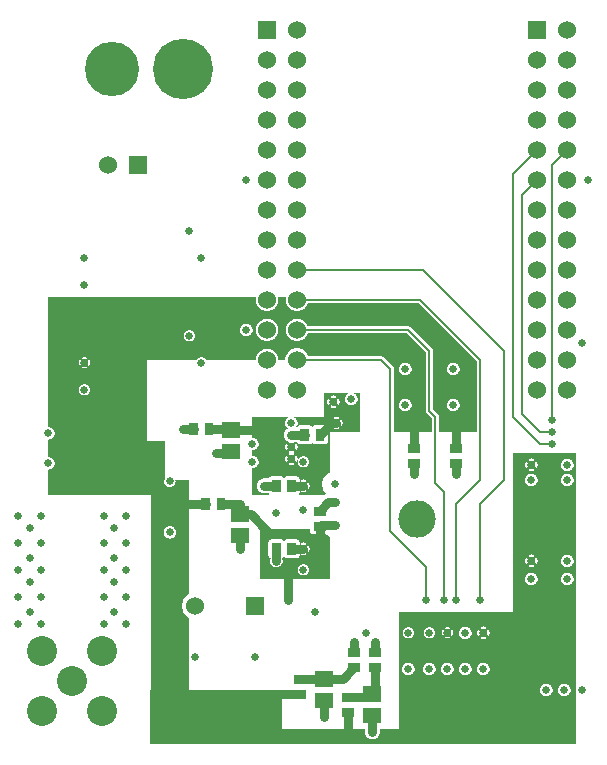
<source format=gbr>
G04 start of page 5 for group 3 idx 3 *
G04 Title: (unknown), solder *
G04 Creator: pcb 1.99z *
G04 CreationDate: Sun 01 Aug 2010 05:53:12 AM GMT UTC *
G04 For: jensen *
G04 Format: Gerber/RS-274X *
G04 PCB-Dimensions: 200000 250000 *
G04 PCB-Coordinate-Origin: lower left *
%MOIN*%
%FSLAX25Y25*%
%LNBACK*%
%ADD11C,0.0200*%
%ADD13C,0.0080*%
%ADD14C,0.0300*%
%ADD15C,0.0600*%
%ADD16C,0.1811*%
%ADD17C,0.2008*%
%ADD18C,0.1000*%
%ADD19C,0.0260*%
%ADD20C,0.1250*%
%ADD23R,0.0295X0.0295*%
%ADD24R,0.0512X0.0512*%
%ADD28C,0.0380*%
%ADD29C,0.1024*%
%ADD30C,0.1220*%
%ADD31C,0.0280*%
%ADD32C,0.0600*%
%ADD33C,0.0140*%
%ADD34C,0.1000*%
G54D11*G36*
X28530Y133000D02*X54000D01*
Y130000D01*
X48000D01*
Y103000D01*
X54000D01*
Y90661D01*
X53963Y90617D01*
X53807Y90363D01*
X53693Y90087D01*
X53623Y89797D01*
X53600Y89500D01*
X53623Y89203D01*
X53693Y88913D01*
X53807Y88637D01*
X53963Y88383D01*
X54000Y88339D01*
Y85000D01*
X28530D01*
Y118875D01*
X28537Y118883D01*
X28693Y119137D01*
X28807Y119413D01*
X28877Y119703D01*
X28900Y120000D01*
X28877Y120297D01*
X28807Y120587D01*
X28693Y120863D01*
X28537Y121117D01*
X28530Y121125D01*
Y128082D01*
X28540Y128083D01*
X28584Y128097D01*
X28627Y128118D01*
X28665Y128145D01*
X28698Y128178D01*
X28726Y128216D01*
X28748Y128258D01*
X28809Y128420D01*
X28854Y128587D01*
X28884Y128758D01*
X28898Y128931D01*
X28897Y129104D01*
X28879Y129276D01*
X28847Y129446D01*
X28798Y129612D01*
X28735Y129773D01*
X28713Y129814D01*
X28684Y129852D01*
X28650Y129884D01*
X28611Y129911D01*
X28568Y129931D01*
X28530Y129942D01*
Y133000D01*
G37*
G36*
Y85000D02*X27000D01*
Y118100D01*
X27297Y118123D01*
X27587Y118193D01*
X27863Y118307D01*
X28117Y118463D01*
X28344Y118656D01*
X28530Y118875D01*
Y85000D01*
G37*
G36*
X27000Y133000D02*X28530D01*
Y129942D01*
X28523Y129944D01*
X28477Y129951D01*
X28430Y129949D01*
X28383Y129941D01*
X28339Y129925D01*
X28298Y129903D01*
X28260Y129874D01*
X28228Y129840D01*
X28201Y129801D01*
X28181Y129758D01*
X28168Y129713D01*
X28161Y129667D01*
X28163Y129620D01*
X28171Y129573D01*
X28187Y129529D01*
X28230Y129419D01*
X28263Y129305D01*
X28286Y129189D01*
X28298Y129071D01*
X28299Y128953D01*
X28289Y128835D01*
X28268Y128718D01*
X28237Y128604D01*
X28196Y128493D01*
X28181Y128447D01*
X28173Y128401D01*
Y128354D01*
X28180Y128307D01*
X28194Y128263D01*
X28215Y128220D01*
X28242Y128182D01*
X28275Y128149D01*
X28313Y128121D01*
X28355Y128099D01*
X28400Y128084D01*
X28446Y128076D01*
X28493D01*
X28530Y128082D01*
Y121125D01*
X28344Y121344D01*
X28117Y121537D01*
X27863Y121693D01*
X27587Y121807D01*
X27297Y121877D01*
X27000Y121900D01*
Y127102D01*
X27103Y127103D01*
X27275Y127121D01*
X27445Y127153D01*
X27611Y127202D01*
X27772Y127265D01*
X27813Y127287D01*
X27851Y127316D01*
X27883Y127350D01*
X27910Y127389D01*
X27930Y127432D01*
X27943Y127477D01*
X27950Y127523D01*
X27948Y127570D01*
X27940Y127617D01*
X27924Y127661D01*
X27902Y127702D01*
X27873Y127740D01*
X27839Y127772D01*
X27800Y127799D01*
X27757Y127819D01*
X27712Y127832D01*
X27666Y127839D01*
X27619Y127837D01*
X27572Y127829D01*
X27528Y127813D01*
X27418Y127770D01*
X27304Y127737D01*
X27188Y127714D01*
X27070Y127702D01*
X27000Y127701D01*
Y130300D01*
X27047D01*
X27165Y130290D01*
X27282Y130269D01*
X27396Y130238D01*
X27507Y130197D01*
X27553Y130182D01*
X27599Y130174D01*
X27646D01*
X27693Y130181D01*
X27737Y130195D01*
X27780Y130216D01*
X27818Y130243D01*
X27851Y130276D01*
X27879Y130314D01*
X27901Y130356D01*
X27916Y130401D01*
X27924Y130447D01*
Y130494D01*
X27917Y130541D01*
X27903Y130585D01*
X27882Y130628D01*
X27855Y130666D01*
X27822Y130699D01*
X27784Y130727D01*
X27742Y130749D01*
X27580Y130810D01*
X27413Y130855D01*
X27242Y130885D01*
X27069Y130899D01*
X27000D01*
Y133000D01*
G37*
G36*
X25470Y118875D02*X25656Y118656D01*
X25883Y118463D01*
X26137Y118307D01*
X26413Y118193D01*
X26703Y118123D01*
X27000Y118100D01*
Y85000D01*
X25470D01*
Y118875D01*
G37*
G36*
Y133000D02*X27000D01*
Y130899D01*
X26896Y130898D01*
X26724Y130880D01*
X26554Y130848D01*
X26388Y130799D01*
X26227Y130736D01*
X26186Y130714D01*
X26148Y130685D01*
X26116Y130651D01*
X26089Y130612D01*
X26069Y130569D01*
X26056Y130524D01*
X26049Y130478D01*
X26051Y130431D01*
X26059Y130384D01*
X26075Y130340D01*
X26097Y130299D01*
X26126Y130261D01*
X26160Y130229D01*
X26199Y130202D01*
X26242Y130182D01*
X26287Y130169D01*
X26333Y130162D01*
X26380Y130164D01*
X26427Y130172D01*
X26471Y130188D01*
X26581Y130231D01*
X26695Y130264D01*
X26811Y130287D01*
X26929Y130299D01*
X27000Y130300D01*
Y127701D01*
X26952D01*
X26834Y127711D01*
X26717Y127732D01*
X26603Y127763D01*
X26492Y127804D01*
X26446Y127819D01*
X26400Y127827D01*
X26353D01*
X26306Y127820D01*
X26262Y127806D01*
X26219Y127785D01*
X26181Y127758D01*
X26148Y127725D01*
X26120Y127687D01*
X26098Y127645D01*
X26083Y127600D01*
X26075Y127554D01*
Y127507D01*
X26082Y127460D01*
X26096Y127416D01*
X26117Y127373D01*
X26144Y127335D01*
X26177Y127302D01*
X26215Y127274D01*
X26257Y127252D01*
X26419Y127191D01*
X26586Y127146D01*
X26757Y127116D01*
X26930Y127102D01*
X27000D01*
Y121900D01*
X26703Y121877D01*
X26413Y121807D01*
X26137Y121693D01*
X25883Y121537D01*
X25656Y121344D01*
X25470Y121125D01*
Y128059D01*
X25476Y128057D01*
X25522Y128050D01*
X25569Y128052D01*
X25616Y128060D01*
X25660Y128076D01*
X25701Y128098D01*
X25739Y128127D01*
X25771Y128161D01*
X25798Y128200D01*
X25818Y128243D01*
X25831Y128288D01*
X25838Y128334D01*
X25836Y128381D01*
X25828Y128428D01*
X25812Y128472D01*
X25769Y128582D01*
X25736Y128696D01*
X25713Y128812D01*
X25701Y128930D01*
X25700Y129048D01*
X25710Y129166D01*
X25731Y129283D01*
X25762Y129397D01*
X25803Y129508D01*
X25818Y129554D01*
X25826Y129600D01*
Y129647D01*
X25819Y129694D01*
X25805Y129738D01*
X25784Y129781D01*
X25757Y129819D01*
X25724Y129852D01*
X25686Y129880D01*
X25644Y129902D01*
X25599Y129917D01*
X25553Y129925D01*
X25506D01*
X25470Y129920D01*
Y133000D01*
G37*
G36*
X15000Y85000D02*Y93400D01*
X15329Y93426D01*
X15649Y93503D01*
X15953Y93629D01*
X16234Y93801D01*
X16485Y94015D01*
X16699Y94266D01*
X16871Y94547D01*
X16997Y94851D01*
X17074Y95171D01*
X17100Y95500D01*
X17074Y95829D01*
X16997Y96149D01*
X16871Y96453D01*
X16699Y96734D01*
X16485Y96985D01*
X16234Y97199D01*
X15953Y97371D01*
X15649Y97497D01*
X15329Y97574D01*
X15000Y97600D01*
Y103400D01*
X15329Y103426D01*
X15649Y103503D01*
X15953Y103629D01*
X16234Y103801D01*
X16485Y104015D01*
X16699Y104266D01*
X16871Y104547D01*
X16997Y104851D01*
X17074Y105171D01*
X17100Y105500D01*
X17074Y105829D01*
X16997Y106149D01*
X16871Y106453D01*
X16699Y106734D01*
X16485Y106985D01*
X16234Y107199D01*
X15953Y107371D01*
X15649Y107497D01*
X15329Y107574D01*
X15000Y107600D01*
Y133000D01*
X25470D01*
Y129920D01*
X25459Y129918D01*
X25415Y129904D01*
X25372Y129883D01*
X25334Y129856D01*
X25301Y129823D01*
X25273Y129785D01*
X25251Y129743D01*
X25190Y129581D01*
X25145Y129414D01*
X25115Y129243D01*
X25101Y129070D01*
X25102Y128897D01*
X25120Y128725D01*
X25152Y128555D01*
X25201Y128389D01*
X25264Y128228D01*
X25286Y128187D01*
X25315Y128149D01*
X25349Y128117D01*
X25388Y128090D01*
X25431Y128070D01*
X25470Y128059D01*
Y121125D01*
X25463Y121117D01*
X25307Y120863D01*
X25193Y120587D01*
X25123Y120297D01*
X25100Y120000D01*
X25123Y119703D01*
X25193Y119413D01*
X25307Y119137D01*
X25463Y118883D01*
X25470Y118875D01*
Y85000D01*
X15000D01*
G37*
G36*
X101657Y101845D02*X102105Y101847D01*
X102288Y101891D01*
X102462Y101963D01*
X102622Y102061D01*
X102766Y102183D01*
X102888Y102327D01*
X102986Y102487D01*
X103000Y102521D01*
X103014Y102487D01*
X103112Y102327D01*
X103234Y102183D01*
X103378Y102061D01*
X103538Y101963D01*
X103712Y101891D01*
X103895Y101847D01*
X104083Y101832D01*
X107223Y101847D01*
X107406Y101891D01*
X107580Y101963D01*
X107740Y102061D01*
X107884Y102183D01*
X108006Y102327D01*
X108104Y102487D01*
X108176Y102661D01*
X108220Y102844D01*
X108235Y103032D01*
X108220Y107156D01*
X108176Y107339D01*
X108104Y107513D01*
X108006Y107673D01*
X107884Y107817D01*
X107740Y107939D01*
X107580Y108037D01*
X107406Y108109D01*
X107223Y108153D01*
X107035Y108168D01*
X103895Y108153D01*
X103712Y108109D01*
X103538Y108037D01*
X103378Y107939D01*
X103234Y107817D01*
X103112Y107673D01*
X103014Y107513D01*
X103000Y107479D01*
X102986Y107513D01*
X102888Y107673D01*
X102766Y107817D01*
X102622Y107939D01*
X102462Y108037D01*
X102288Y108109D01*
X102105Y108153D01*
X101917Y108168D01*
X101657Y108167D01*
Y111000D01*
X109000D01*
Y109642D01*
X108952Y109468D01*
X108919Y109282D01*
X108902Y109095D01*
Y108906D01*
X108919Y108719D01*
X108952Y108533D01*
X109000Y108359D01*
Y92519D01*
X108548Y92331D01*
X107973Y91979D01*
X107459Y91541D01*
X107021Y91027D01*
X106669Y90452D01*
X106410Y89829D01*
X106253Y89173D01*
X106200Y88500D01*
X106253Y87827D01*
X106410Y87171D01*
X106669Y86548D01*
X107021Y85973D01*
X107424Y85500D01*
X107021Y85027D01*
X107004Y85000D01*
X101657D01*
Y87078D01*
X101679Y87080D01*
X101740Y87094D01*
X101798Y87119D01*
X101852Y87152D01*
X101900Y87192D01*
X101940Y87240D01*
X101973Y87294D01*
X101997Y87352D01*
X102047Y87533D01*
X102080Y87719D01*
X102097Y87906D01*
Y88095D01*
X102080Y88282D01*
X102047Y88468D01*
X101997Y88649D01*
X101972Y88708D01*
X101939Y88761D01*
X101898Y88809D01*
X101851Y88850D01*
X101797Y88882D01*
X101739Y88906D01*
X101678Y88921D01*
X101657Y88923D01*
Y95078D01*
X101693Y95137D01*
X101807Y95413D01*
X101877Y95703D01*
X101900Y96000D01*
X101877Y96297D01*
X101807Y96587D01*
X101693Y96863D01*
X101657Y96922D01*
Y101845D01*
G37*
G36*
Y85000D02*X100000D01*
Y85903D01*
X100094D01*
X100281Y85920D01*
X100467Y85953D01*
X100648Y86003D01*
X100707Y86028D01*
X100760Y86061D01*
X100808Y86102D01*
X100849Y86149D01*
X100881Y86203D01*
X100905Y86261D01*
X100920Y86322D01*
X100925Y86385D01*
X100920Y86447D01*
X100905Y86508D01*
X100881Y86566D01*
X100848Y86619D01*
X100807Y86667D01*
X100760Y86708D01*
X100706Y86740D01*
X100648Y86764D01*
X100587Y86779D01*
X100524Y86784D01*
X100462Y86779D01*
X100401Y86764D01*
X100289Y86733D01*
X100174Y86712D01*
X100058Y86702D01*
X100000D01*
Y89299D01*
X100058D01*
X100174Y89289D01*
X100289Y89268D01*
X100401Y89237D01*
X100463Y89221D01*
X100526Y89217D01*
X100588Y89222D01*
X100649Y89236D01*
X100707Y89261D01*
X100761Y89294D01*
X100809Y89334D01*
X100849Y89382D01*
X100882Y89436D01*
X100906Y89494D01*
X100921Y89555D01*
X100925Y89618D01*
X100920Y89680D01*
X100906Y89741D01*
X100881Y89799D01*
X100848Y89853D01*
X100808Y89901D01*
X100760Y89941D01*
X100706Y89974D01*
X100648Y89998D01*
X100467Y90048D01*
X100281Y90081D01*
X100094Y90098D01*
X100000D01*
Y94100D01*
X100297Y94123D01*
X100587Y94193D01*
X100863Y94307D01*
X101117Y94463D01*
X101344Y94656D01*
X101537Y94883D01*
X101657Y95078D01*
Y88923D01*
X101615Y88926D01*
X101553Y88921D01*
X101492Y88906D01*
X101434Y88882D01*
X101381Y88849D01*
X101333Y88808D01*
X101292Y88761D01*
X101260Y88707D01*
X101236Y88649D01*
X101221Y88588D01*
X101216Y88525D01*
X101221Y88463D01*
X101236Y88402D01*
X101267Y88290D01*
X101288Y88175D01*
X101298Y88059D01*
Y87942D01*
X101288Y87826D01*
X101267Y87711D01*
X101236Y87599D01*
X101220Y87537D01*
X101216Y87474D01*
X101221Y87412D01*
X101235Y87351D01*
X101260Y87293D01*
X101293Y87239D01*
X101333Y87191D01*
X101381Y87151D01*
X101435Y87118D01*
X101493Y87094D01*
X101554Y87079D01*
X101617Y87075D01*
X101657Y87078D01*
Y85000D01*
G37*
G36*
Y108167D02*X100000Y108159D01*
Y111000D01*
X101657D01*
Y108167D01*
G37*
G36*
X100000Y101837D02*X101657Y101845D01*
Y96922D01*
X101537Y97117D01*
X101344Y97344D01*
X101117Y97537D01*
X100863Y97693D01*
X100587Y97807D01*
X100297Y97877D01*
X100000Y97900D01*
Y101837D01*
G37*
G36*
Y108159D02*X98777Y108153D01*
X98594Y108109D01*
X98420Y108037D01*
X98260Y107939D01*
X98116Y107817D01*
X97994Y107673D01*
X97896Y107513D01*
X97891Y107501D01*
X97657D01*
Y107717D01*
X97699Y107766D01*
X97871Y108047D01*
X97997Y108351D01*
X98074Y108671D01*
X98100Y109000D01*
X98074Y109329D01*
X97997Y109649D01*
X97871Y109953D01*
X97699Y110234D01*
X97657Y110283D01*
Y111000D01*
X100000D01*
Y108159D01*
G37*
G36*
X97657Y102500D02*X97891D01*
X97896Y102487D01*
X97994Y102327D01*
X98116Y102183D01*
X98260Y102061D01*
X98420Y101963D01*
X98594Y101891D01*
X98777Y101847D01*
X98965Y101832D01*
X100000Y101837D01*
Y97900D01*
X99703Y97877D01*
X99413Y97807D01*
X99137Y97693D01*
X98883Y97537D01*
X98656Y97344D01*
X98463Y97117D01*
X98307Y96863D01*
X98193Y96587D01*
X98123Y96297D01*
X98100Y96000D01*
X98123Y95703D01*
X98193Y95413D01*
X98307Y95137D01*
X98463Y94883D01*
X98656Y94656D01*
X98883Y94463D01*
X99137Y94307D01*
X99413Y94193D01*
X99703Y94123D01*
X100000Y94100D01*
Y90098D01*
X99905D01*
X99718Y90081D01*
X99532Y90048D01*
X99351Y89998D01*
X99292Y89973D01*
X99239Y89940D01*
X99191Y89899D01*
X99150Y89852D01*
X99118Y89798D01*
X99094Y89740D01*
X99079Y89679D01*
X99074Y89616D01*
X99079Y89554D01*
X99094Y89493D01*
X99118Y89435D01*
X99151Y89382D01*
X99192Y89334D01*
X99239Y89293D01*
X99293Y89261D01*
X99351Y89237D01*
X99412Y89222D01*
X99475Y89217D01*
X99537Y89222D01*
X99598Y89237D01*
X99710Y89268D01*
X99825Y89289D01*
X99941Y89299D01*
X100000D01*
Y86702D01*
X99941D01*
X99825Y86712D01*
X99710Y86733D01*
X99598Y86764D01*
X99536Y86780D01*
X99473Y86784D01*
X99411Y86779D01*
X99350Y86765D01*
X99292Y86740D01*
X99238Y86707D01*
X99190Y86667D01*
X99150Y86619D01*
X99117Y86565D01*
X99093Y86507D01*
X99078Y86446D01*
X99074Y86383D01*
X99079Y86321D01*
X99093Y86260D01*
X99118Y86202D01*
X99151Y86148D01*
X99191Y86100D01*
X99239Y86060D01*
X99293Y86027D01*
X99351Y86003D01*
X99532Y85953D01*
X99718Y85920D01*
X99905Y85903D01*
X100000D01*
Y85000D01*
X98140D01*
X98240Y85061D01*
X98384Y85183D01*
X98506Y85327D01*
X98604Y85487D01*
X98676Y85661D01*
X98720Y85844D01*
X98735Y86032D01*
X98730Y87280D01*
X98739Y87294D01*
X98763Y87352D01*
X98778Y87413D01*
X98783Y87476D01*
X98778Y87538D01*
X98763Y87599D01*
X98732Y87711D01*
X98728Y87731D01*
X98726Y88259D01*
X98732Y88290D01*
X98763Y88402D01*
X98779Y88464D01*
X98783Y88527D01*
X98778Y88589D01*
X98764Y88650D01*
X98739Y88708D01*
X98725Y88732D01*
X98720Y90156D01*
X98676Y90339D01*
X98604Y90513D01*
X98506Y90673D01*
X98384Y90817D01*
X98240Y90939D01*
X98080Y91037D01*
X97906Y91109D01*
X97723Y91153D01*
X97657Y91158D01*
Y96078D01*
X97679Y96080D01*
X97740Y96094D01*
X97798Y96119D01*
X97852Y96152D01*
X97900Y96192D01*
X97940Y96240D01*
X97973Y96294D01*
X97997Y96352D01*
X98047Y96533D01*
X98080Y96719D01*
X98097Y96906D01*
Y97095D01*
X98080Y97282D01*
X98047Y97468D01*
X97997Y97649D01*
X97972Y97708D01*
X97939Y97761D01*
X97898Y97809D01*
X97851Y97850D01*
X97797Y97882D01*
X97739Y97906D01*
X97678Y97921D01*
X97657Y97923D01*
Y100078D01*
X97679Y100080D01*
X97740Y100094D01*
X97798Y100119D01*
X97852Y100152D01*
X97900Y100192D01*
X97940Y100240D01*
X97973Y100294D01*
X97997Y100352D01*
X98047Y100533D01*
X98080Y100719D01*
X98097Y100906D01*
Y101095D01*
X98080Y101282D01*
X98047Y101468D01*
X97997Y101649D01*
X97972Y101708D01*
X97939Y101761D01*
X97898Y101809D01*
X97851Y101850D01*
X97797Y101882D01*
X97739Y101906D01*
X97678Y101921D01*
X97657Y101923D01*
Y102500D01*
G37*
G36*
Y110283D02*X97485Y110485D01*
X97234Y110699D01*
X96953Y110871D01*
X96649Y110997D01*
X96637Y111000D01*
X97657D01*
Y110283D01*
G37*
G36*
Y107501D02*X97469D01*
X97485Y107515D01*
X97657Y107717D01*
Y107501D01*
G37*
G36*
X96000Y102299D02*X96058D01*
X96174Y102289D01*
X96289Y102268D01*
X96401Y102237D01*
X96463Y102221D01*
X96526Y102217D01*
X96588Y102222D01*
X96649Y102236D01*
X96707Y102261D01*
X96761Y102294D01*
X96809Y102334D01*
X96849Y102382D01*
X96882Y102436D01*
X96906Y102494D01*
X96907Y102500D01*
X97657D01*
Y101923D01*
X97615Y101926D01*
X97553Y101921D01*
X97492Y101906D01*
X97434Y101882D01*
X97381Y101849D01*
X97333Y101808D01*
X97292Y101761D01*
X97260Y101707D01*
X97236Y101649D01*
X97221Y101588D01*
X97216Y101525D01*
X97221Y101463D01*
X97236Y101402D01*
X97267Y101290D01*
X97288Y101175D01*
X97298Y101059D01*
Y100942D01*
X97288Y100826D01*
X97267Y100711D01*
X97236Y100599D01*
X97220Y100537D01*
X97216Y100474D01*
X97221Y100412D01*
X97235Y100351D01*
X97260Y100293D01*
X97293Y100239D01*
X97333Y100191D01*
X97381Y100151D01*
X97435Y100118D01*
X97493Y100094D01*
X97554Y100079D01*
X97617Y100075D01*
X97657Y100078D01*
Y97923D01*
X97615Y97926D01*
X97553Y97921D01*
X97492Y97906D01*
X97434Y97882D01*
X97381Y97849D01*
X97333Y97808D01*
X97292Y97761D01*
X97260Y97707D01*
X97236Y97649D01*
X97221Y97588D01*
X97216Y97525D01*
X97221Y97463D01*
X97236Y97402D01*
X97267Y97290D01*
X97288Y97175D01*
X97298Y97059D01*
Y96942D01*
X97288Y96826D01*
X97267Y96711D01*
X97236Y96599D01*
X97220Y96537D01*
X97216Y96474D01*
X97221Y96412D01*
X97235Y96351D01*
X97260Y96293D01*
X97293Y96239D01*
X97333Y96191D01*
X97381Y96151D01*
X97435Y96118D01*
X97493Y96094D01*
X97554Y96079D01*
X97617Y96075D01*
X97657Y96078D01*
Y91158D01*
X97535Y91168D01*
X96000Y91161D01*
Y94903D01*
X96094D01*
X96281Y94920D01*
X96467Y94953D01*
X96648Y95003D01*
X96707Y95028D01*
X96760Y95061D01*
X96808Y95102D01*
X96849Y95149D01*
X96881Y95203D01*
X96905Y95261D01*
X96920Y95322D01*
X96925Y95385D01*
X96920Y95447D01*
X96905Y95508D01*
X96881Y95566D01*
X96848Y95619D01*
X96807Y95667D01*
X96760Y95708D01*
X96706Y95740D01*
X96648Y95764D01*
X96587Y95779D01*
X96524Y95784D01*
X96462Y95779D01*
X96401Y95764D01*
X96289Y95733D01*
X96174Y95712D01*
X96058Y95702D01*
X96000D01*
Y98299D01*
X96058D01*
X96174Y98289D01*
X96289Y98268D01*
X96401Y98237D01*
X96463Y98221D01*
X96526Y98217D01*
X96588Y98222D01*
X96649Y98236D01*
X96707Y98261D01*
X96761Y98294D01*
X96809Y98334D01*
X96849Y98382D01*
X96882Y98436D01*
X96906Y98494D01*
X96921Y98555D01*
X96925Y98618D01*
X96920Y98680D01*
X96906Y98741D01*
X96881Y98799D01*
X96848Y98853D01*
X96808Y98901D01*
X96760Y98941D01*
X96706Y98974D01*
X96648Y98998D01*
X96639Y99001D01*
X96648Y99003D01*
X96707Y99028D01*
X96760Y99061D01*
X96808Y99102D01*
X96849Y99149D01*
X96881Y99203D01*
X96905Y99261D01*
X96920Y99322D01*
X96925Y99385D01*
X96920Y99447D01*
X96905Y99508D01*
X96881Y99566D01*
X96848Y99619D01*
X96807Y99667D01*
X96760Y99708D01*
X96706Y99740D01*
X96648Y99764D01*
X96587Y99779D01*
X96524Y99784D01*
X96462Y99779D01*
X96401Y99764D01*
X96289Y99733D01*
X96174Y99712D01*
X96058Y99702D01*
X96000D01*
Y102299D01*
G37*
G36*
X94343Y103137D02*X94531Y102977D01*
X94865Y102772D01*
X95080Y102683D01*
X95079Y102679D01*
X95074Y102616D01*
X95079Y102554D01*
X95094Y102493D01*
X95118Y102435D01*
X95151Y102382D01*
X95192Y102334D01*
X95239Y102293D01*
X95293Y102261D01*
X95351Y102237D01*
X95412Y102222D01*
X95475Y102217D01*
X95537Y102222D01*
X95598Y102237D01*
X95710Y102268D01*
X95825Y102289D01*
X95941Y102299D01*
X96000D01*
Y99702D01*
X95941D01*
X95825Y99712D01*
X95710Y99733D01*
X95598Y99764D01*
X95536Y99780D01*
X95473Y99784D01*
X95411Y99779D01*
X95350Y99765D01*
X95292Y99740D01*
X95238Y99707D01*
X95190Y99667D01*
X95150Y99619D01*
X95117Y99565D01*
X95093Y99507D01*
X95078Y99446D01*
X95074Y99383D01*
X95079Y99321D01*
X95093Y99260D01*
X95118Y99202D01*
X95151Y99148D01*
X95191Y99100D01*
X95239Y99060D01*
X95293Y99027D01*
X95351Y99003D01*
X95360Y99000D01*
X95351Y98998D01*
X95292Y98973D01*
X95239Y98940D01*
X95191Y98899D01*
X95150Y98852D01*
X95118Y98798D01*
X95094Y98740D01*
X95079Y98679D01*
X95074Y98616D01*
X95079Y98554D01*
X95094Y98493D01*
X95118Y98435D01*
X95151Y98382D01*
X95192Y98334D01*
X95239Y98293D01*
X95293Y98261D01*
X95351Y98237D01*
X95412Y98222D01*
X95475Y98217D01*
X95537Y98222D01*
X95598Y98237D01*
X95710Y98268D01*
X95825Y98289D01*
X95941Y98299D01*
X96000D01*
Y95702D01*
X95941D01*
X95825Y95712D01*
X95710Y95733D01*
X95598Y95764D01*
X95536Y95780D01*
X95473Y95784D01*
X95411Y95779D01*
X95350Y95765D01*
X95292Y95740D01*
X95238Y95707D01*
X95190Y95667D01*
X95150Y95619D01*
X95117Y95565D01*
X95093Y95507D01*
X95078Y95446D01*
X95074Y95383D01*
X95079Y95321D01*
X95093Y95260D01*
X95118Y95202D01*
X95151Y95148D01*
X95191Y95100D01*
X95239Y95060D01*
X95293Y95027D01*
X95351Y95003D01*
X95532Y94953D01*
X95718Y94920D01*
X95905Y94903D01*
X96000D01*
Y91161D01*
X94395Y91153D01*
X94343Y91140D01*
Y96078D01*
X94384Y96075D01*
X94446Y96080D01*
X94507Y96095D01*
X94565Y96119D01*
X94618Y96152D01*
X94666Y96193D01*
X94707Y96240D01*
X94739Y96294D01*
X94763Y96352D01*
X94778Y96413D01*
X94783Y96476D01*
X94778Y96538D01*
X94763Y96599D01*
X94732Y96711D01*
X94711Y96826D01*
X94701Y96942D01*
Y97059D01*
X94711Y97175D01*
X94732Y97290D01*
X94763Y97402D01*
X94779Y97464D01*
X94783Y97527D01*
X94778Y97589D01*
X94764Y97650D01*
X94739Y97708D01*
X94706Y97762D01*
X94666Y97810D01*
X94618Y97850D01*
X94564Y97883D01*
X94506Y97907D01*
X94445Y97922D01*
X94382Y97926D01*
X94343Y97923D01*
Y100078D01*
X94384Y100075D01*
X94446Y100080D01*
X94507Y100095D01*
X94565Y100119D01*
X94618Y100152D01*
X94666Y100193D01*
X94707Y100240D01*
X94739Y100294D01*
X94763Y100352D01*
X94778Y100413D01*
X94783Y100476D01*
X94778Y100538D01*
X94763Y100599D01*
X94732Y100711D01*
X94711Y100826D01*
X94701Y100942D01*
Y101059D01*
X94711Y101175D01*
X94732Y101290D01*
X94763Y101402D01*
X94779Y101464D01*
X94783Y101527D01*
X94778Y101589D01*
X94764Y101650D01*
X94739Y101708D01*
X94706Y101762D01*
X94666Y101810D01*
X94618Y101850D01*
X94564Y101883D01*
X94506Y101907D01*
X94445Y101922D01*
X94382Y101926D01*
X94343Y101923D01*
Y103137D01*
G37*
G36*
Y107717D02*X94515Y107515D01*
X94766Y107301D01*
X94877Y107233D01*
X94865Y107228D01*
X94531Y107023D01*
X94343Y106863D01*
Y107717D01*
G37*
G36*
Y111000D02*X95363D01*
X95351Y110997D01*
X95047Y110871D01*
X94766Y110699D01*
X94515Y110485D01*
X94343Y110283D01*
Y111000D01*
G37*
G36*
X83000Y85000D02*Y93900D01*
X83329Y93926D01*
X83649Y94003D01*
X83953Y94129D01*
X84234Y94301D01*
X84485Y94515D01*
X84699Y94766D01*
X84871Y95047D01*
X84997Y95351D01*
X85074Y95671D01*
X85100Y96000D01*
X85074Y96329D01*
X84997Y96649D01*
X84871Y96953D01*
X84699Y97234D01*
X84485Y97485D01*
X84234Y97699D01*
X83953Y97871D01*
X83649Y97997D01*
X83329Y98074D01*
X83000Y98100D01*
Y99900D01*
X83329Y99926D01*
X83649Y100003D01*
X83953Y100129D01*
X84234Y100301D01*
X84485Y100515D01*
X84699Y100766D01*
X84871Y101047D01*
X84997Y101351D01*
X85074Y101671D01*
X85100Y102000D01*
X85074Y102329D01*
X84997Y102649D01*
X84871Y102953D01*
X84699Y103234D01*
X84485Y103485D01*
X84234Y103699D01*
X83953Y103871D01*
X83649Y103997D01*
X83329Y104074D01*
X83000Y104100D01*
Y111000D01*
X94343D01*
Y110283D01*
X94301Y110234D01*
X94129Y109953D01*
X94003Y109649D01*
X93926Y109329D01*
X93900Y109000D01*
X93926Y108671D01*
X94003Y108351D01*
X94129Y108047D01*
X94301Y107766D01*
X94343Y107717D01*
Y106863D01*
X94232Y106768D01*
X93977Y106469D01*
X93772Y106135D01*
X93622Y105773D01*
X93531Y105391D01*
X93500Y105000D01*
X93531Y104609D01*
X93622Y104227D01*
X93772Y103865D01*
X93977Y103531D01*
X94232Y103232D01*
X94343Y103137D01*
Y101923D01*
X94320Y101921D01*
X94259Y101907D01*
X94201Y101882D01*
X94147Y101849D01*
X94099Y101809D01*
X94059Y101761D01*
X94026Y101707D01*
X94002Y101649D01*
X93952Y101468D01*
X93919Y101282D01*
X93902Y101095D01*
Y100906D01*
X93919Y100719D01*
X93952Y100533D01*
X94002Y100352D01*
X94027Y100293D01*
X94060Y100240D01*
X94101Y100192D01*
X94148Y100151D01*
X94202Y100119D01*
X94260Y100095D01*
X94321Y100080D01*
X94343Y100078D01*
Y97923D01*
X94320Y97921D01*
X94259Y97907D01*
X94201Y97882D01*
X94147Y97849D01*
X94099Y97809D01*
X94059Y97761D01*
X94026Y97707D01*
X94002Y97649D01*
X93952Y97468D01*
X93919Y97282D01*
X93902Y97095D01*
Y96906D01*
X93919Y96719D01*
X93952Y96533D01*
X94002Y96352D01*
X94027Y96293D01*
X94060Y96240D01*
X94101Y96192D01*
X94148Y96151D01*
X94202Y96119D01*
X94260Y96095D01*
X94321Y96080D01*
X94343Y96078D01*
Y91140D01*
X94212Y91109D01*
X94038Y91037D01*
X93878Y90939D01*
X93734Y90817D01*
X93612Y90673D01*
X93514Y90513D01*
X93500Y90479D01*
X93486Y90513D01*
X93388Y90673D01*
X93266Y90817D01*
X93122Y90939D01*
X92962Y91037D01*
X92788Y91109D01*
X92605Y91153D01*
X92417Y91168D01*
X89277Y91153D01*
X89094Y91109D01*
X88920Y91037D01*
X88760Y90939D01*
X88616Y90817D01*
X88494Y90673D01*
X88396Y90513D01*
X88391Y90500D01*
X87000D01*
X86609Y90469D01*
X86227Y90378D01*
X85865Y90228D01*
X85531Y90023D01*
X85232Y89768D01*
X84977Y89469D01*
X84772Y89135D01*
X84622Y88773D01*
X84531Y88391D01*
X84500Y88000D01*
X84531Y87609D01*
X84622Y87227D01*
X84772Y86865D01*
X84977Y86531D01*
X85232Y86232D01*
X85531Y85977D01*
X85865Y85772D01*
X86227Y85622D01*
X86609Y85531D01*
X87000Y85500D01*
X88391D01*
X88396Y85487D01*
X88494Y85327D01*
X88616Y85183D01*
X88760Y85061D01*
X88860Y85000D01*
X83000D01*
G37*
G36*
X55500Y87600D02*X55797Y87623D01*
X56087Y87693D01*
X56363Y87807D01*
X56617Y87963D01*
X56844Y88156D01*
X57037Y88383D01*
X57193Y88637D01*
X57307Y88913D01*
X57377Y89203D01*
X57400Y89500D01*
X57377Y89797D01*
X57328Y90000D01*
X62000D01*
Y82637D01*
X61926Y82329D01*
X61900Y82000D01*
X61926Y81671D01*
X62000Y81363D01*
Y52028D01*
X61957Y52010D01*
X61355Y51641D01*
X60818Y51182D01*
X60359Y50645D01*
X59990Y50043D01*
X59720Y49391D01*
X59555Y48704D01*
X59500Y48000D01*
X59555Y47296D01*
X59720Y46609D01*
X59990Y45957D01*
X60359Y45355D01*
X60818Y44818D01*
X61355Y44359D01*
X61957Y43990D01*
X62000Y43972D01*
Y31637D01*
X61926Y31329D01*
X61900Y31000D01*
X61926Y30671D01*
X62000Y30363D01*
Y17000D01*
X55500D01*
Y70400D01*
X55829Y70426D01*
X56149Y70503D01*
X56453Y70629D01*
X56734Y70801D01*
X56985Y71015D01*
X57199Y71266D01*
X57371Y71547D01*
X57497Y71851D01*
X57574Y72171D01*
X57600Y72500D01*
X57574Y72829D01*
X57497Y73149D01*
X57371Y73453D01*
X57199Y73734D01*
X56985Y73985D01*
X56734Y74199D01*
X56453Y74371D01*
X56149Y74497D01*
X55829Y74574D01*
X55500Y74600D01*
Y87600D01*
G37*
G36*
X49118Y17000D02*Y90000D01*
X53672D01*
X53623Y89797D01*
X53600Y89500D01*
X53623Y89203D01*
X53693Y88913D01*
X53807Y88637D01*
X53963Y88383D01*
X54156Y88156D01*
X54383Y87963D01*
X54637Y87807D01*
X54913Y87693D01*
X55203Y87623D01*
X55500Y87600D01*
Y74600D01*
X55171Y74574D01*
X54851Y74497D01*
X54547Y74371D01*
X54266Y74199D01*
X54015Y73985D01*
X53801Y73734D01*
X53629Y73453D01*
X53503Y73149D01*
X53426Y72829D01*
X53400Y72500D01*
X53426Y72171D01*
X53503Y71851D01*
X53629Y71547D01*
X53801Y71266D01*
X54015Y71015D01*
X54266Y70801D01*
X54547Y70629D01*
X54851Y70503D01*
X55171Y70426D01*
X55500Y70400D01*
Y17000D01*
X49118D01*
G37*
G36*
X49000Y5000D02*Y20000D01*
X93000D01*
Y5000D01*
X49000D01*
G37*
G36*
X101657Y73500D02*X102285D01*
X102288Y72777D01*
X102332Y72594D01*
X102404Y72420D01*
X102502Y72260D01*
X102624Y72116D01*
X102768Y71994D01*
X102928Y71896D01*
X103102Y71824D01*
X103285Y71780D01*
X103473Y71765D01*
X107597Y71780D01*
X107653Y71794D01*
X107973Y71521D01*
X108548Y71169D01*
X109000Y70981D01*
Y57000D01*
X101657D01*
Y59078D01*
X101693Y59137D01*
X101807Y59413D01*
X101877Y59703D01*
X101900Y60000D01*
X101877Y60297D01*
X101807Y60587D01*
X101693Y60863D01*
X101657Y60922D01*
Y66078D01*
X101679Y66080D01*
X101740Y66094D01*
X101798Y66119D01*
X101852Y66152D01*
X101900Y66192D01*
X101940Y66240D01*
X101973Y66294D01*
X101997Y66352D01*
X102047Y66533D01*
X102080Y66719D01*
X102097Y66906D01*
Y67095D01*
X102080Y67282D01*
X102047Y67468D01*
X101997Y67649D01*
X101972Y67708D01*
X101939Y67761D01*
X101898Y67809D01*
X101851Y67850D01*
X101797Y67882D01*
X101739Y67906D01*
X101678Y67921D01*
X101657Y67923D01*
Y73500D01*
G37*
G36*
Y57000D02*X100000D01*
Y58100D01*
X100297Y58123D01*
X100587Y58193D01*
X100863Y58307D01*
X101117Y58463D01*
X101344Y58656D01*
X101537Y58883D01*
X101657Y59078D01*
Y57000D01*
G37*
G36*
X100000Y73500D02*X101657D01*
Y67923D01*
X101615Y67926D01*
X101553Y67921D01*
X101492Y67906D01*
X101434Y67882D01*
X101381Y67849D01*
X101333Y67808D01*
X101292Y67761D01*
X101260Y67707D01*
X101236Y67649D01*
X101221Y67588D01*
X101216Y67525D01*
X101221Y67463D01*
X101236Y67402D01*
X101267Y67290D01*
X101288Y67175D01*
X101298Y67059D01*
Y66942D01*
X101288Y66826D01*
X101267Y66711D01*
X101236Y66599D01*
X101220Y66537D01*
X101216Y66474D01*
X101221Y66412D01*
X101235Y66351D01*
X101260Y66293D01*
X101293Y66239D01*
X101333Y66191D01*
X101381Y66151D01*
X101435Y66118D01*
X101493Y66094D01*
X101554Y66079D01*
X101617Y66075D01*
X101657Y66078D01*
Y60922D01*
X101537Y61117D01*
X101344Y61344D01*
X101117Y61537D01*
X100863Y61693D01*
X100587Y61807D01*
X100297Y61877D01*
X100000Y61900D01*
Y64903D01*
X100094D01*
X100281Y64920D01*
X100467Y64953D01*
X100648Y65003D01*
X100707Y65028D01*
X100760Y65061D01*
X100808Y65102D01*
X100849Y65149D01*
X100881Y65203D01*
X100905Y65261D01*
X100920Y65322D01*
X100925Y65385D01*
X100920Y65447D01*
X100905Y65508D01*
X100881Y65566D01*
X100848Y65619D01*
X100807Y65667D01*
X100760Y65708D01*
X100706Y65740D01*
X100648Y65764D01*
X100587Y65779D01*
X100524Y65784D01*
X100462Y65779D01*
X100401Y65764D01*
X100289Y65733D01*
X100174Y65712D01*
X100058Y65702D01*
X100000D01*
Y68299D01*
X100058D01*
X100174Y68289D01*
X100289Y68268D01*
X100401Y68237D01*
X100463Y68221D01*
X100526Y68217D01*
X100588Y68222D01*
X100649Y68236D01*
X100707Y68261D01*
X100761Y68294D01*
X100809Y68334D01*
X100849Y68382D01*
X100882Y68436D01*
X100906Y68494D01*
X100921Y68555D01*
X100925Y68618D01*
X100920Y68680D01*
X100906Y68741D01*
X100881Y68799D01*
X100848Y68853D01*
X100808Y68901D01*
X100760Y68941D01*
X100706Y68974D01*
X100648Y68998D01*
X100467Y69048D01*
X100281Y69081D01*
X100094Y69098D01*
X100000D01*
Y73500D01*
G37*
G36*
X93524D02*X100000D01*
Y69098D01*
X99905D01*
X99718Y69081D01*
X99532Y69048D01*
X99351Y68998D01*
X99292Y68973D01*
X99239Y68940D01*
X99191Y68899D01*
X99150Y68852D01*
X99118Y68798D01*
X99094Y68740D01*
X99079Y68679D01*
X99074Y68616D01*
X99079Y68554D01*
X99094Y68493D01*
X99118Y68435D01*
X99151Y68382D01*
X99192Y68334D01*
X99239Y68293D01*
X99293Y68261D01*
X99351Y68237D01*
X99412Y68222D01*
X99475Y68217D01*
X99537Y68222D01*
X99598Y68237D01*
X99710Y68268D01*
X99825Y68289D01*
X99941Y68299D01*
X100000D01*
Y65702D01*
X99941D01*
X99825Y65712D01*
X99710Y65733D01*
X99598Y65764D01*
X99536Y65780D01*
X99473Y65784D01*
X99411Y65779D01*
X99350Y65765D01*
X99292Y65740D01*
X99238Y65707D01*
X99190Y65667D01*
X99150Y65619D01*
X99117Y65565D01*
X99093Y65507D01*
X99078Y65446D01*
X99074Y65383D01*
X99079Y65321D01*
X99093Y65260D01*
X99118Y65202D01*
X99151Y65148D01*
X99191Y65100D01*
X99239Y65060D01*
X99293Y65027D01*
X99351Y65003D01*
X99532Y64953D01*
X99718Y64920D01*
X99905Y64903D01*
X100000D01*
Y61900D01*
X99703Y61877D01*
X99413Y61807D01*
X99137Y61693D01*
X98883Y61537D01*
X98656Y61344D01*
X98463Y61117D01*
X98307Y60863D01*
X98193Y60587D01*
X98123Y60297D01*
X98100Y60000D01*
X98123Y59703D01*
X98193Y59413D01*
X98307Y59137D01*
X98463Y58883D01*
X98656Y58656D01*
X98883Y58463D01*
X99137Y58307D01*
X99413Y58193D01*
X99703Y58123D01*
X100000Y58100D01*
Y57000D01*
X93524D01*
Y64471D01*
X93612Y64327D01*
X93734Y64183D01*
X93878Y64061D01*
X94038Y63963D01*
X94212Y63891D01*
X94395Y63847D01*
X94583Y63832D01*
X97723Y63847D01*
X97906Y63891D01*
X98080Y63963D01*
X98240Y64061D01*
X98384Y64183D01*
X98506Y64327D01*
X98604Y64487D01*
X98676Y64661D01*
X98720Y64844D01*
X98735Y65032D01*
X98730Y66280D01*
X98739Y66294D01*
X98763Y66352D01*
X98778Y66413D01*
X98783Y66476D01*
X98778Y66538D01*
X98763Y66599D01*
X98732Y66711D01*
X98728Y66731D01*
X98726Y67259D01*
X98732Y67290D01*
X98763Y67402D01*
X98779Y67464D01*
X98783Y67527D01*
X98778Y67589D01*
X98764Y67650D01*
X98739Y67708D01*
X98725Y67732D01*
X98720Y69156D01*
X98676Y69339D01*
X98604Y69513D01*
X98506Y69673D01*
X98384Y69817D01*
X98240Y69939D01*
X98080Y70037D01*
X97906Y70109D01*
X97723Y70153D01*
X97535Y70168D01*
X94395Y70153D01*
X94212Y70109D01*
X94038Y70037D01*
X93878Y69939D01*
X93734Y69817D01*
X93612Y69673D01*
X93524Y69529D01*
Y73500D01*
G37*
G36*
X85500Y57000D02*Y73500D01*
X93524D01*
Y69529D01*
X93514Y69513D01*
X93500Y69479D01*
X93486Y69513D01*
X93388Y69673D01*
X93266Y69817D01*
X93122Y69939D01*
X92962Y70037D01*
X92788Y70109D01*
X92605Y70153D01*
X92417Y70168D01*
X89277Y70153D01*
X89094Y70109D01*
X88920Y70037D01*
X88760Y69939D01*
X88616Y69817D01*
X88494Y69673D01*
X88396Y69513D01*
X88324Y69339D01*
X88280Y69156D01*
X88265Y68968D01*
X88280Y64844D01*
X88324Y64661D01*
X88396Y64487D01*
X88494Y64327D01*
X88616Y64183D01*
X88760Y64061D01*
X88920Y63963D01*
X89094Y63891D01*
X89102Y63889D01*
X89003Y63649D01*
X88926Y63329D01*
X88900Y63000D01*
X88926Y62671D01*
X89003Y62351D01*
X89129Y62047D01*
X89301Y61766D01*
X89515Y61515D01*
X89766Y61301D01*
X90047Y61129D01*
X90351Y61003D01*
X90671Y60926D01*
X91000Y60900D01*
X91329Y60926D01*
X91649Y61003D01*
X91953Y61129D01*
X92234Y61301D01*
X92485Y61515D01*
X92699Y61766D01*
X92871Y62047D01*
X92997Y62351D01*
X93074Y62671D01*
X93100Y63000D01*
X93074Y63329D01*
X92997Y63649D01*
X92881Y63929D01*
X92962Y63963D01*
X93122Y64061D01*
X93266Y64183D01*
X93388Y64327D01*
X93486Y64487D01*
X93500Y64521D01*
X93514Y64487D01*
X93524Y64471D01*
Y57000D01*
X85500D01*
G37*
G36*
X112657Y119000D02*X115363D01*
X115351Y118997D01*
X115047Y118871D01*
X114766Y118699D01*
X114515Y118485D01*
X114301Y118234D01*
X114129Y117953D01*
X114003Y117649D01*
X113926Y117329D01*
X113900Y117000D01*
X113926Y116671D01*
X114003Y116351D01*
X114129Y116047D01*
X114301Y115766D01*
X114515Y115515D01*
X114766Y115301D01*
X115047Y115129D01*
X115351Y115003D01*
X115671Y114926D01*
X116000Y114900D01*
X116329Y114926D01*
X116649Y115003D01*
X116953Y115129D01*
X117234Y115301D01*
X117485Y115515D01*
X117699Y115766D01*
X117871Y116047D01*
X117997Y116351D01*
X118074Y116671D01*
X118100Y117000D01*
X118074Y117329D01*
X117997Y117649D01*
X117871Y117953D01*
X117699Y118234D01*
X117485Y118485D01*
X117234Y118699D01*
X116953Y118871D01*
X116649Y118997D01*
X116637Y119000D01*
X119000D01*
Y106000D01*
X112657D01*
Y108078D01*
X112679Y108080D01*
X112740Y108094D01*
X112798Y108119D01*
X112852Y108152D01*
X112900Y108192D01*
X112940Y108240D01*
X112973Y108294D01*
X112997Y108352D01*
X113047Y108533D01*
X113080Y108719D01*
X113097Y108906D01*
Y109095D01*
X113080Y109282D01*
X113047Y109468D01*
X112997Y109649D01*
X112972Y109708D01*
X112939Y109761D01*
X112898Y109809D01*
X112851Y109850D01*
X112797Y109882D01*
X112739Y109906D01*
X112678Y109921D01*
X112657Y109923D01*
Y119000D01*
G37*
G36*
X111657D02*X112657D01*
Y109923D01*
X112615Y109926D01*
X112553Y109921D01*
X112492Y109906D01*
X112434Y109882D01*
X112381Y109849D01*
X112333Y109808D01*
X112292Y109761D01*
X112260Y109707D01*
X112236Y109649D01*
X112221Y109588D01*
X112216Y109525D01*
X112221Y109463D01*
X112236Y109402D01*
X112267Y109290D01*
X112288Y109175D01*
X112298Y109059D01*
Y108942D01*
X112288Y108826D01*
X112267Y108711D01*
X112236Y108599D01*
X112220Y108537D01*
X112216Y108474D01*
X112221Y108412D01*
X112235Y108351D01*
X112260Y108293D01*
X112293Y108239D01*
X112333Y108191D01*
X112381Y108151D01*
X112435Y108118D01*
X112493Y108094D01*
X112554Y108079D01*
X112617Y108075D01*
X112657Y108078D01*
Y106000D01*
X111657D01*
Y107007D01*
X111707Y107028D01*
X111760Y107061D01*
X111808Y107102D01*
X111849Y107149D01*
X111881Y107203D01*
X111905Y107261D01*
X111920Y107322D01*
X111925Y107385D01*
X111920Y107447D01*
X111905Y107508D01*
X111881Y107566D01*
X111848Y107619D01*
X111807Y107667D01*
X111760Y107708D01*
X111706Y107740D01*
X111657Y107760D01*
Y110239D01*
X111707Y110261D01*
X111761Y110294D01*
X111809Y110334D01*
X111849Y110382D01*
X111882Y110436D01*
X111906Y110494D01*
X111921Y110555D01*
X111925Y110618D01*
X111920Y110680D01*
X111906Y110741D01*
X111881Y110799D01*
X111848Y110853D01*
X111808Y110901D01*
X111760Y110941D01*
X111706Y110974D01*
X111657Y110994D01*
Y115078D01*
X111679Y115080D01*
X111740Y115094D01*
X111798Y115119D01*
X111852Y115152D01*
X111900Y115192D01*
X111940Y115240D01*
X111973Y115294D01*
X111997Y115352D01*
X112047Y115533D01*
X112080Y115719D01*
X112097Y115906D01*
Y116095D01*
X112080Y116282D01*
X112047Y116468D01*
X111997Y116649D01*
X111972Y116708D01*
X111939Y116761D01*
X111898Y116809D01*
X111851Y116850D01*
X111797Y116882D01*
X111739Y116906D01*
X111678Y116921D01*
X111657Y116923D01*
Y119000D01*
G37*
G36*
X110000D02*X111657D01*
Y116923D01*
X111615Y116926D01*
X111553Y116921D01*
X111492Y116906D01*
X111434Y116882D01*
X111381Y116849D01*
X111333Y116808D01*
X111292Y116761D01*
X111260Y116707D01*
X111236Y116649D01*
X111221Y116588D01*
X111216Y116525D01*
X111221Y116463D01*
X111236Y116402D01*
X111267Y116290D01*
X111288Y116175D01*
X111298Y116059D01*
Y115942D01*
X111288Y115826D01*
X111267Y115711D01*
X111236Y115599D01*
X111220Y115537D01*
X111216Y115474D01*
X111221Y115412D01*
X111235Y115351D01*
X111260Y115293D01*
X111293Y115239D01*
X111333Y115191D01*
X111381Y115151D01*
X111435Y115118D01*
X111493Y115094D01*
X111554Y115079D01*
X111617Y115075D01*
X111657Y115078D01*
Y110994D01*
X111648Y110998D01*
X111467Y111048D01*
X111281Y111081D01*
X111094Y111098D01*
X110905D01*
X110718Y111081D01*
X110532Y111048D01*
X110351Y110998D01*
X110292Y110973D01*
X110239Y110940D01*
X110191Y110899D01*
X110150Y110852D01*
X110118Y110798D01*
X110094Y110740D01*
X110079Y110679D01*
X110074Y110616D01*
X110079Y110554D01*
X110094Y110493D01*
X110118Y110435D01*
X110151Y110382D01*
X110192Y110334D01*
X110239Y110293D01*
X110293Y110261D01*
X110351Y110237D01*
X110412Y110222D01*
X110475Y110217D01*
X110537Y110222D01*
X110598Y110237D01*
X110710Y110268D01*
X110825Y110289D01*
X110941Y110299D01*
X111058D01*
X111174Y110289D01*
X111289Y110268D01*
X111401Y110237D01*
X111463Y110221D01*
X111526Y110217D01*
X111588Y110222D01*
X111649Y110236D01*
X111657Y110239D01*
Y107760D01*
X111648Y107764D01*
X111587Y107779D01*
X111524Y107784D01*
X111462Y107779D01*
X111401Y107764D01*
X111289Y107733D01*
X111174Y107712D01*
X111058Y107702D01*
X110941D01*
X110825Y107712D01*
X110710Y107733D01*
X110598Y107764D01*
X110536Y107780D01*
X110473Y107784D01*
X110411Y107779D01*
X110350Y107765D01*
X110292Y107740D01*
X110238Y107707D01*
X110190Y107667D01*
X110150Y107619D01*
X110117Y107565D01*
X110093Y107507D01*
X110078Y107446D01*
X110074Y107383D01*
X110079Y107321D01*
X110093Y107260D01*
X110118Y107202D01*
X110151Y107148D01*
X110191Y107100D01*
X110239Y107060D01*
X110293Y107027D01*
X110351Y107003D01*
X110532Y106953D01*
X110718Y106920D01*
X110905Y106903D01*
X111094D01*
X111281Y106920D01*
X111467Y106953D01*
X111648Y107003D01*
X111657Y107007D01*
Y106000D01*
X110000D01*
Y113903D01*
X110094D01*
X110281Y113920D01*
X110467Y113953D01*
X110648Y114003D01*
X110707Y114028D01*
X110760Y114061D01*
X110808Y114102D01*
X110849Y114149D01*
X110881Y114203D01*
X110905Y114261D01*
X110920Y114322D01*
X110925Y114385D01*
X110920Y114447D01*
X110905Y114508D01*
X110881Y114566D01*
X110848Y114619D01*
X110807Y114667D01*
X110760Y114708D01*
X110706Y114740D01*
X110648Y114764D01*
X110587Y114779D01*
X110524Y114784D01*
X110462Y114779D01*
X110401Y114764D01*
X110289Y114733D01*
X110174Y114712D01*
X110058Y114702D01*
X110000D01*
Y117299D01*
X110058D01*
X110174Y117289D01*
X110289Y117268D01*
X110401Y117237D01*
X110463Y117221D01*
X110526Y117217D01*
X110588Y117222D01*
X110649Y117236D01*
X110707Y117261D01*
X110761Y117294D01*
X110809Y117334D01*
X110849Y117382D01*
X110882Y117436D01*
X110906Y117494D01*
X110921Y117555D01*
X110925Y117618D01*
X110920Y117680D01*
X110906Y117741D01*
X110881Y117799D01*
X110848Y117853D01*
X110808Y117901D01*
X110760Y117941D01*
X110706Y117974D01*
X110648Y117998D01*
X110467Y118048D01*
X110281Y118081D01*
X110094Y118098D01*
X110000D01*
Y119000D01*
G37*
G36*
X109343Y114006D02*X109351Y114003D01*
X109532Y113953D01*
X109718Y113920D01*
X109905Y113903D01*
X110000D01*
Y106000D01*
X109343D01*
Y108078D01*
X109384Y108075D01*
X109446Y108080D01*
X109507Y108095D01*
X109565Y108119D01*
X109618Y108152D01*
X109666Y108193D01*
X109707Y108240D01*
X109739Y108294D01*
X109763Y108352D01*
X109778Y108413D01*
X109783Y108476D01*
X109778Y108538D01*
X109763Y108599D01*
X109732Y108711D01*
X109711Y108826D01*
X109701Y108942D01*
Y109059D01*
X109711Y109175D01*
X109732Y109290D01*
X109763Y109402D01*
X109779Y109464D01*
X109783Y109527D01*
X109778Y109589D01*
X109764Y109650D01*
X109739Y109708D01*
X109706Y109762D01*
X109666Y109810D01*
X109618Y109850D01*
X109564Y109883D01*
X109506Y109907D01*
X109445Y109922D01*
X109382Y109926D01*
X109343Y109923D01*
Y114006D01*
G37*
G36*
Y117240D02*X109351Y117237D01*
X109412Y117222D01*
X109475Y117217D01*
X109537Y117222D01*
X109598Y117237D01*
X109710Y117268D01*
X109825Y117289D01*
X109941Y117299D01*
X110000D01*
Y114702D01*
X109941D01*
X109825Y114712D01*
X109710Y114733D01*
X109598Y114764D01*
X109536Y114780D01*
X109473Y114784D01*
X109411Y114779D01*
X109350Y114765D01*
X109343Y114762D01*
Y117240D01*
G37*
G36*
Y119000D02*X110000D01*
Y118098D01*
X109905D01*
X109718Y118081D01*
X109532Y118048D01*
X109351Y117998D01*
X109343Y117995D01*
Y119000D01*
G37*
G36*
X108343D02*X109343D01*
Y117995D01*
X109292Y117973D01*
X109239Y117940D01*
X109191Y117899D01*
X109150Y117852D01*
X109118Y117798D01*
X109094Y117740D01*
X109079Y117679D01*
X109074Y117616D01*
X109079Y117554D01*
X109094Y117493D01*
X109118Y117435D01*
X109151Y117382D01*
X109192Y117334D01*
X109239Y117293D01*
X109293Y117261D01*
X109343Y117240D01*
Y114762D01*
X109292Y114740D01*
X109238Y114707D01*
X109190Y114667D01*
X109150Y114619D01*
X109117Y114565D01*
X109093Y114507D01*
X109078Y114446D01*
X109074Y114383D01*
X109079Y114321D01*
X109093Y114260D01*
X109118Y114202D01*
X109151Y114148D01*
X109191Y114100D01*
X109239Y114060D01*
X109293Y114027D01*
X109343Y114006D01*
Y109923D01*
X109320Y109921D01*
X109259Y109907D01*
X109201Y109882D01*
X109147Y109849D01*
X109099Y109809D01*
X109059Y109761D01*
X109026Y109707D01*
X109002Y109649D01*
X108952Y109468D01*
X108919Y109282D01*
X108902Y109095D01*
Y108906D01*
X108919Y108719D01*
X108952Y108533D01*
X109002Y108352D01*
X109027Y108293D01*
X109060Y108240D01*
X109101Y108192D01*
X109148Y108151D01*
X109202Y108119D01*
X109260Y108095D01*
X109321Y108080D01*
X109343Y108078D01*
Y106000D01*
X108343D01*
Y115078D01*
X108384Y115075D01*
X108446Y115080D01*
X108507Y115095D01*
X108565Y115119D01*
X108618Y115152D01*
X108666Y115193D01*
X108707Y115240D01*
X108739Y115294D01*
X108763Y115352D01*
X108778Y115413D01*
X108783Y115476D01*
X108778Y115538D01*
X108763Y115599D01*
X108732Y115711D01*
X108711Y115826D01*
X108701Y115942D01*
Y116059D01*
X108711Y116175D01*
X108732Y116290D01*
X108763Y116402D01*
X108779Y116464D01*
X108783Y116527D01*
X108778Y116589D01*
X108764Y116650D01*
X108739Y116708D01*
X108706Y116762D01*
X108666Y116810D01*
X108618Y116850D01*
X108564Y116883D01*
X108506Y116907D01*
X108445Y116922D01*
X108382Y116926D01*
X108343Y116923D01*
Y119000D01*
G37*
G36*
X107000Y108168D02*Y119000D01*
X108343D01*
Y116923D01*
X108320Y116921D01*
X108259Y116907D01*
X108201Y116882D01*
X108147Y116849D01*
X108099Y116809D01*
X108059Y116761D01*
X108026Y116707D01*
X108002Y116649D01*
X107952Y116468D01*
X107919Y116282D01*
X107902Y116095D01*
Y115906D01*
X107919Y115719D01*
X107952Y115533D01*
X108002Y115352D01*
X108027Y115293D01*
X108060Y115240D01*
X108101Y115192D01*
X108148Y115151D01*
X108202Y115119D01*
X108260Y115095D01*
X108321Y115080D01*
X108343Y115078D01*
Y106000D01*
X108224D01*
X108220Y107156D01*
X108176Y107339D01*
X108104Y107513D01*
X108006Y107673D01*
X107884Y107817D01*
X107740Y107939D01*
X107580Y108037D01*
X107406Y108109D01*
X107223Y108153D01*
X107035Y108168D01*
X107000D01*
G37*
G36*
X108343Y119000D02*X109000D01*
Y111000D01*
X108343D01*
Y115078D01*
X108384Y115075D01*
X108446Y115080D01*
X108507Y115095D01*
X108565Y115119D01*
X108618Y115152D01*
X108666Y115193D01*
X108707Y115240D01*
X108739Y115294D01*
X108763Y115352D01*
X108778Y115413D01*
X108783Y115476D01*
X108778Y115538D01*
X108763Y115599D01*
X108732Y115711D01*
X108711Y115826D01*
X108701Y115942D01*
Y116059D01*
X108711Y116175D01*
X108732Y116290D01*
X108763Y116402D01*
X108779Y116464D01*
X108783Y116527D01*
X108778Y116589D01*
X108764Y116650D01*
X108739Y116708D01*
X108706Y116762D01*
X108666Y116810D01*
X108618Y116850D01*
X108564Y116883D01*
X108506Y116907D01*
X108445Y116922D01*
X108382Y116926D01*
X108343Y116923D01*
Y119000D01*
G37*
G36*
X107000Y111000D02*Y119000D01*
X108343D01*
Y116923D01*
X108320Y116921D01*
X108259Y116907D01*
X108201Y116882D01*
X108147Y116849D01*
X108099Y116809D01*
X108059Y116761D01*
X108026Y116707D01*
X108002Y116649D01*
X107952Y116468D01*
X107919Y116282D01*
X107902Y116095D01*
Y115906D01*
X107919Y115719D01*
X107952Y115533D01*
X108002Y115352D01*
X108027Y115293D01*
X108060Y115240D01*
X108101Y115192D01*
X108148Y115151D01*
X108202Y115119D01*
X108260Y115095D01*
X108321Y115080D01*
X108343Y115078D01*
Y111000D01*
X107000D01*
G37*
G36*
X87900Y146300D02*X88479Y146346D01*
X89043Y146481D01*
X89580Y146703D01*
X90075Y147007D01*
X90516Y147384D01*
X90893Y147825D01*
X91197Y148320D01*
X91419Y148857D01*
X91554Y149421D01*
X91600Y150000D01*
X91554Y150579D01*
X91453Y151000D01*
X94347D01*
X94246Y150579D01*
X94200Y150000D01*
X94246Y149421D01*
X94381Y148857D01*
X94603Y148320D01*
X94907Y147825D01*
X95284Y147384D01*
X95725Y147007D01*
X96220Y146703D01*
X96757Y146481D01*
X97321Y146346D01*
X97900Y146300D01*
X98479Y146346D01*
X99043Y146481D01*
X99580Y146703D01*
X100075Y147007D01*
X100516Y147384D01*
X100893Y147825D01*
X101197Y148320D01*
X101395Y148800D01*
X138503D01*
X154000Y133303D01*
Y130000D01*
X143200D01*
Y133001D01*
X143185Y133188D01*
X143141Y133371D01*
X143069Y133545D01*
X142971Y133705D01*
X142849Y133849D01*
X142842Y133855D01*
X135855Y140842D01*
X135849Y140849D01*
X135706Y140972D01*
X135545Y141070D01*
X135371Y141142D01*
X135188Y141186D01*
X135000Y141201D01*
X101395D01*
X101197Y141680D01*
X100893Y142175D01*
X100516Y142616D01*
X100075Y142993D01*
X99580Y143297D01*
X99043Y143519D01*
X98479Y143654D01*
X97900Y143700D01*
X97321Y143654D01*
X96757Y143519D01*
X96220Y143297D01*
X95725Y142993D01*
X95284Y142616D01*
X94907Y142175D01*
X94603Y141680D01*
X94381Y141143D01*
X94246Y140579D01*
X94200Y140000D01*
X94246Y139421D01*
X94381Y138857D01*
X94603Y138320D01*
X94907Y137825D01*
X95284Y137384D01*
X95725Y137007D01*
X96220Y136703D01*
X96757Y136481D01*
X97321Y136346D01*
X97900Y136300D01*
X98479Y136346D01*
X99043Y136481D01*
X99580Y136703D01*
X100075Y137007D01*
X100516Y137384D01*
X100893Y137825D01*
X101197Y138320D01*
X101395Y138800D01*
X134503D01*
X140800Y132503D01*
Y130000D01*
X127697D01*
X126855Y130842D01*
X126849Y130849D01*
X126706Y130972D01*
X126545Y131070D01*
X126371Y131142D01*
X126188Y131186D01*
X126000Y131201D01*
X101610D01*
X101609Y131205D01*
X101375Y131771D01*
X101055Y132292D01*
X100658Y132758D01*
X100192Y133155D01*
X99671Y133475D01*
X99105Y133709D01*
X98510Y133852D01*
X97900Y133900D01*
X97290Y133852D01*
X96695Y133709D01*
X96129Y133475D01*
X95608Y133155D01*
X95142Y132758D01*
X94745Y132292D01*
X94425Y131771D01*
X94191Y131205D01*
X94048Y130610D01*
X94000Y130000D01*
X91600D01*
X91554Y130579D01*
X91419Y131143D01*
X91197Y131680D01*
X90893Y132175D01*
X90516Y132616D01*
X90075Y132993D01*
X89580Y133297D01*
X89043Y133519D01*
X88479Y133654D01*
X87900Y133700D01*
Y136300D01*
X88479Y136346D01*
X89043Y136481D01*
X89580Y136703D01*
X90075Y137007D01*
X90516Y137384D01*
X90893Y137825D01*
X91197Y138320D01*
X91419Y138857D01*
X91554Y139421D01*
X91600Y140000D01*
X91554Y140579D01*
X91419Y141143D01*
X91197Y141680D01*
X90893Y142175D01*
X90516Y142616D01*
X90075Y142993D01*
X89580Y143297D01*
X89043Y143519D01*
X88479Y143654D01*
X87900Y143700D01*
Y146300D01*
G37*
G36*
X81000Y151000D02*X84347D01*
X84246Y150579D01*
X84200Y150000D01*
X84246Y149421D01*
X84381Y148857D01*
X84603Y148320D01*
X84907Y147825D01*
X85284Y147384D01*
X85725Y147007D01*
X86220Y146703D01*
X86757Y146481D01*
X87321Y146346D01*
X87900Y146300D01*
Y143700D01*
X87321Y143654D01*
X86757Y143519D01*
X86220Y143297D01*
X85725Y142993D01*
X85284Y142616D01*
X84907Y142175D01*
X84603Y141680D01*
X84381Y141143D01*
X84246Y140579D01*
X84200Y140000D01*
X84246Y139421D01*
X84381Y138857D01*
X84603Y138320D01*
X84907Y137825D01*
X85284Y137384D01*
X85725Y137007D01*
X86220Y136703D01*
X86757Y136481D01*
X87321Y136346D01*
X87900Y136300D01*
Y133700D01*
X87321Y133654D01*
X86757Y133519D01*
X86220Y133297D01*
X85725Y132993D01*
X85284Y132616D01*
X84907Y132175D01*
X84603Y131680D01*
X84381Y131143D01*
X84246Y130579D01*
X84200Y130000D01*
X81000D01*
Y137900D01*
X81329Y137926D01*
X81649Y138003D01*
X81953Y138129D01*
X82234Y138301D01*
X82485Y138515D01*
X82699Y138766D01*
X82871Y139047D01*
X82997Y139351D01*
X83074Y139671D01*
X83100Y140000D01*
X83074Y140329D01*
X82997Y140649D01*
X82871Y140953D01*
X82699Y141234D01*
X82485Y141485D01*
X82234Y141699D01*
X81953Y141871D01*
X81649Y141997D01*
X81329Y142074D01*
X81000Y142100D01*
Y151000D01*
G37*
G36*
X62000D02*X81000D01*
Y142100D01*
X80671Y142074D01*
X80351Y141997D01*
X80047Y141871D01*
X79766Y141699D01*
X79515Y141485D01*
X79301Y141234D01*
X79129Y140953D01*
X79003Y140649D01*
X78926Y140329D01*
X78900Y140000D01*
X78926Y139671D01*
X79003Y139351D01*
X79129Y139047D01*
X79301Y138766D01*
X79515Y138515D01*
X79766Y138301D01*
X80047Y138129D01*
X80351Y138003D01*
X80671Y137926D01*
X81000Y137900D01*
Y130000D01*
X67609D01*
X67537Y130117D01*
X67344Y130344D01*
X67117Y130537D01*
X66863Y130693D01*
X66587Y130807D01*
X66297Y130877D01*
X66000Y130900D01*
X65703Y130877D01*
X65413Y130807D01*
X65137Y130693D01*
X64883Y130537D01*
X64656Y130344D01*
X64463Y130117D01*
X64391Y130000D01*
X62000D01*
Y136100D01*
X62297Y136123D01*
X62587Y136193D01*
X62863Y136307D01*
X63117Y136463D01*
X63344Y136656D01*
X63537Y136883D01*
X63693Y137137D01*
X63807Y137413D01*
X63877Y137703D01*
X63900Y138000D01*
X63877Y138297D01*
X63807Y138587D01*
X63693Y138863D01*
X63537Y139117D01*
X63344Y139344D01*
X63117Y139537D01*
X62863Y139693D01*
X62587Y139807D01*
X62297Y139877D01*
X62000Y139900D01*
Y151000D01*
G37*
G36*
X26987D02*X62000D01*
Y139900D01*
X61703Y139877D01*
X61413Y139807D01*
X61137Y139693D01*
X60883Y139537D01*
X60656Y139344D01*
X60463Y139117D01*
X60307Y138863D01*
X60193Y138587D01*
X60123Y138297D01*
X60100Y138000D01*
X60123Y137703D01*
X60193Y137413D01*
X60307Y137137D01*
X60463Y136883D01*
X60656Y136656D01*
X60883Y136463D01*
X61137Y136307D01*
X61413Y136193D01*
X61703Y136123D01*
X62000Y136100D01*
Y130000D01*
X26987D01*
Y130299D01*
X27047Y130300D01*
X27165Y130290D01*
X27282Y130269D01*
X27396Y130238D01*
X27507Y130197D01*
X27553Y130182D01*
X27599Y130174D01*
X27646D01*
X27693Y130181D01*
X27737Y130195D01*
X27780Y130216D01*
X27818Y130243D01*
X27851Y130276D01*
X27879Y130314D01*
X27901Y130356D01*
X27916Y130401D01*
X27924Y130447D01*
Y130494D01*
X27917Y130541D01*
X27903Y130585D01*
X27882Y130628D01*
X27855Y130666D01*
X27822Y130699D01*
X27784Y130727D01*
X27742Y130749D01*
X27580Y130810D01*
X27413Y130855D01*
X27242Y130885D01*
X27069Y130899D01*
X26987D01*
Y151000D01*
G37*
G36*
X15000Y130000D02*Y151000D01*
X26987D01*
Y130899D01*
X26896Y130898D01*
X26724Y130880D01*
X26554Y130848D01*
X26388Y130799D01*
X26227Y130736D01*
X26186Y130714D01*
X26148Y130685D01*
X26116Y130651D01*
X26089Y130612D01*
X26069Y130569D01*
X26056Y130524D01*
X26049Y130478D01*
X26051Y130431D01*
X26059Y130384D01*
X26075Y130340D01*
X26097Y130299D01*
X26126Y130261D01*
X26160Y130229D01*
X26199Y130202D01*
X26242Y130182D01*
X26287Y130169D01*
X26333Y130162D01*
X26380Y130164D01*
X26427Y130172D01*
X26471Y130188D01*
X26581Y130231D01*
X26695Y130264D01*
X26811Y130287D01*
X26929Y130299D01*
X26987D01*
Y130000D01*
X15000D01*
G37*
G36*
X49000Y2000D02*Y7000D01*
X107000D01*
Y2000D01*
X49000D01*
G37*
G36*
X146000Y128000D02*Y135000D01*
X152303D01*
X157800Y129503D01*
Y128000D01*
X151842D01*
X151699Y128234D01*
X151485Y128485D01*
X151234Y128699D01*
X150953Y128871D01*
X150649Y128997D01*
X150329Y129074D01*
X150000Y129100D01*
X149671Y129074D01*
X149351Y128997D01*
X149047Y128871D01*
X148766Y128699D01*
X148515Y128485D01*
X148301Y128234D01*
X148158Y128000D01*
X146000D01*
G37*
G36*
X134000Y124900D02*X134329Y124926D01*
X134649Y125003D01*
X134953Y125129D01*
X135234Y125301D01*
X135485Y125515D01*
X135699Y125766D01*
X135871Y126047D01*
X135997Y126351D01*
X136074Y126671D01*
X136100Y127000D01*
X140800D01*
Y113000D01*
X140815Y112812D01*
X140859Y112629D01*
X140931Y112455D01*
X141029Y112295D01*
X141151Y112151D01*
X141158Y112145D01*
X142800Y110503D01*
Y106000D01*
X137637D01*
X137329Y106074D01*
X137000Y106100D01*
X136671Y106074D01*
X136363Y106000D01*
X134000D01*
Y112900D01*
X134329Y112926D01*
X134649Y113003D01*
X134953Y113129D01*
X135234Y113301D01*
X135485Y113515D01*
X135699Y113766D01*
X135871Y114047D01*
X135997Y114351D01*
X136074Y114671D01*
X136100Y115000D01*
X136074Y115329D01*
X135997Y115649D01*
X135871Y115953D01*
X135699Y116234D01*
X135485Y116485D01*
X135234Y116699D01*
X134953Y116871D01*
X134649Y116997D01*
X134329Y117074D01*
X134000Y117100D01*
Y124900D01*
G37*
G36*
X130200Y127000D02*X131900D01*
X131926Y126671D01*
X132003Y126351D01*
X132129Y126047D01*
X132301Y125766D01*
X132515Y125515D01*
X132766Y125301D01*
X133047Y125129D01*
X133351Y125003D01*
X133671Y124926D01*
X134000Y124900D01*
Y117100D01*
X133671Y117074D01*
X133351Y116997D01*
X133047Y116871D01*
X132766Y116699D01*
X132515Y116485D01*
X132301Y116234D01*
X132129Y115953D01*
X132003Y115649D01*
X131926Y115329D01*
X131900Y115000D01*
X131926Y114671D01*
X132003Y114351D01*
X132129Y114047D01*
X132301Y113766D01*
X132515Y113515D01*
X132766Y113301D01*
X133047Y113129D01*
X133351Y113003D01*
X133671Y112926D01*
X134000Y112900D01*
Y106000D01*
X130200D01*
Y127000D01*
G37*
G36*
X150000Y130000D02*X157303D01*
X157800Y129503D01*
Y106000D01*
X151637D01*
X151329Y106074D01*
X151000Y106100D01*
X150671Y106074D01*
X150363Y106000D01*
X150000D01*
Y112900D01*
X150329Y112926D01*
X150649Y113003D01*
X150953Y113129D01*
X151234Y113301D01*
X151485Y113515D01*
X151699Y113766D01*
X151871Y114047D01*
X151997Y114351D01*
X152074Y114671D01*
X152100Y115000D01*
X152074Y115329D01*
X151997Y115649D01*
X151871Y115953D01*
X151699Y116234D01*
X151485Y116485D01*
X151234Y116699D01*
X150953Y116871D01*
X150649Y116997D01*
X150329Y117074D01*
X150000Y117100D01*
Y124900D01*
X150329Y124926D01*
X150649Y125003D01*
X150953Y125129D01*
X151234Y125301D01*
X151485Y125515D01*
X151699Y125766D01*
X151871Y126047D01*
X151997Y126351D01*
X152074Y126671D01*
X152100Y127000D01*
X152074Y127329D01*
X151997Y127649D01*
X151871Y127953D01*
X151699Y128234D01*
X151485Y128485D01*
X151234Y128699D01*
X150953Y128871D01*
X150649Y128997D01*
X150329Y129074D01*
X150000Y129100D01*
Y130000D01*
G37*
G36*
X143200Y113497D02*Y130000D01*
X150000D01*
Y129100D01*
X149671Y129074D01*
X149351Y128997D01*
X149047Y128871D01*
X148766Y128699D01*
X148515Y128485D01*
X148301Y128234D01*
X148129Y127953D01*
X148003Y127649D01*
X147926Y127329D01*
X147900Y127000D01*
X147926Y126671D01*
X148003Y126351D01*
X148129Y126047D01*
X148301Y125766D01*
X148515Y125515D01*
X148766Y125301D01*
X149047Y125129D01*
X149351Y125003D01*
X149671Y124926D01*
X150000Y124900D01*
Y117100D01*
X149671Y117074D01*
X149351Y116997D01*
X149047Y116871D01*
X148766Y116699D01*
X148515Y116485D01*
X148301Y116234D01*
X148129Y115953D01*
X148003Y115649D01*
X147926Y115329D01*
X147900Y115000D01*
X147926Y114671D01*
X148003Y114351D01*
X148129Y114047D01*
X148301Y113766D01*
X148515Y113515D01*
X148766Y113301D01*
X149047Y113129D01*
X149351Y113003D01*
X149671Y112926D01*
X150000Y112900D01*
Y106000D01*
X145200D01*
Y111001D01*
X145185Y111188D01*
X145141Y111371D01*
X145069Y111545D01*
X144971Y111705D01*
X144849Y111849D01*
X144842Y111855D01*
X143200Y113497D01*
G37*
G36*
X134000Y134000D02*X139303D01*
X140800Y132503D01*
Y124000D01*
X134000D01*
Y124900D01*
X134329Y124926D01*
X134649Y125003D01*
X134953Y125129D01*
X135234Y125301D01*
X135485Y125515D01*
X135699Y125766D01*
X135871Y126047D01*
X135997Y126351D01*
X136074Y126671D01*
X136100Y127000D01*
X136074Y127329D01*
X135997Y127649D01*
X135871Y127953D01*
X135699Y128234D01*
X135485Y128485D01*
X135234Y128699D01*
X134953Y128871D01*
X134649Y128997D01*
X134329Y129074D01*
X134000Y129100D01*
Y134000D01*
G37*
G36*
X130200Y127001D02*X130185Y127188D01*
X130141Y127371D01*
X130069Y127545D01*
X129971Y127705D01*
X129849Y127849D01*
X129842Y127855D01*
X126855Y130842D01*
X126849Y130849D01*
X126706Y130972D01*
X126545Y131070D01*
X126371Y131142D01*
X126188Y131186D01*
X126000Y131201D01*
X125000D01*
Y134000D01*
X134000D01*
Y129100D01*
X133671Y129074D01*
X133351Y128997D01*
X133047Y128871D01*
X132766Y128699D01*
X132515Y128485D01*
X132301Y128234D01*
X132129Y127953D01*
X132003Y127649D01*
X131926Y127329D01*
X131900Y127000D01*
X131926Y126671D01*
X132003Y126351D01*
X132129Y126047D01*
X132301Y125766D01*
X132515Y125515D01*
X132766Y125301D01*
X133047Y125129D01*
X133351Y125003D01*
X133671Y124926D01*
X134000Y124900D01*
Y124000D01*
X130200D01*
Y127001D01*
G37*
G36*
X188000Y99000D02*X191000D01*
Y45000D01*
X188000D01*
Y54900D01*
X188329Y54926D01*
X188649Y55003D01*
X188953Y55129D01*
X189234Y55301D01*
X189485Y55515D01*
X189699Y55766D01*
X189871Y56047D01*
X189997Y56351D01*
X190074Y56671D01*
X190100Y57000D01*
X190074Y57329D01*
X189997Y57649D01*
X189871Y57953D01*
X189699Y58234D01*
X189485Y58485D01*
X189234Y58699D01*
X188953Y58871D01*
X188649Y58997D01*
X188329Y59074D01*
X188000Y59100D01*
Y60900D01*
X188329Y60926D01*
X188649Y61003D01*
X188953Y61129D01*
X189234Y61301D01*
X189485Y61515D01*
X189699Y61766D01*
X189871Y62047D01*
X189997Y62351D01*
X190074Y62671D01*
X190100Y63000D01*
X190074Y63329D01*
X189997Y63649D01*
X189871Y63953D01*
X189699Y64234D01*
X189485Y64485D01*
X189234Y64699D01*
X188953Y64871D01*
X188649Y64997D01*
X188329Y65074D01*
X188000Y65100D01*
Y87900D01*
X188329Y87926D01*
X188649Y88003D01*
X188953Y88129D01*
X189234Y88301D01*
X189485Y88515D01*
X189699Y88766D01*
X189871Y89047D01*
X189997Y89351D01*
X190074Y89671D01*
X190100Y90000D01*
X190074Y90329D01*
X189997Y90649D01*
X189871Y90953D01*
X189699Y91234D01*
X189485Y91485D01*
X189234Y91699D01*
X188953Y91871D01*
X188649Y91997D01*
X188329Y92074D01*
X188000Y92100D01*
Y92900D01*
X188329Y92926D01*
X188649Y93003D01*
X188953Y93129D01*
X189234Y93301D01*
X189485Y93515D01*
X189699Y93766D01*
X189871Y94047D01*
X189997Y94351D01*
X190074Y94671D01*
X190100Y95000D01*
X190074Y95329D01*
X189997Y95649D01*
X189871Y95953D01*
X189699Y96234D01*
X189485Y96485D01*
X189234Y96699D01*
X188953Y96871D01*
X188649Y96997D01*
X188329Y97074D01*
X188000Y97100D01*
Y99000D01*
G37*
G36*
X177657D02*X188000D01*
Y97100D01*
X187671Y97074D01*
X187351Y96997D01*
X187047Y96871D01*
X186766Y96699D01*
X186515Y96485D01*
X186301Y96234D01*
X186129Y95953D01*
X186003Y95649D01*
X185926Y95329D01*
X185900Y95000D01*
X185926Y94671D01*
X186003Y94351D01*
X186129Y94047D01*
X186301Y93766D01*
X186515Y93515D01*
X186766Y93301D01*
X187047Y93129D01*
X187351Y93003D01*
X187671Y92926D01*
X188000Y92900D01*
Y92100D01*
X187671Y92074D01*
X187351Y91997D01*
X187047Y91871D01*
X186766Y91699D01*
X186515Y91485D01*
X186301Y91234D01*
X186129Y90953D01*
X186003Y90649D01*
X185926Y90329D01*
X185900Y90000D01*
X185926Y89671D01*
X186003Y89351D01*
X186129Y89047D01*
X186301Y88766D01*
X186515Y88515D01*
X186766Y88301D01*
X187047Y88129D01*
X187351Y88003D01*
X187671Y87926D01*
X188000Y87900D01*
Y65100D01*
X187671Y65074D01*
X187351Y64997D01*
X187047Y64871D01*
X186766Y64699D01*
X186515Y64485D01*
X186301Y64234D01*
X186129Y63953D01*
X186003Y63649D01*
X185926Y63329D01*
X185900Y63000D01*
X185926Y62671D01*
X186003Y62351D01*
X186129Y62047D01*
X186301Y61766D01*
X186515Y61515D01*
X186766Y61301D01*
X187047Y61129D01*
X187351Y61003D01*
X187671Y60926D01*
X188000Y60900D01*
Y59100D01*
X187671Y59074D01*
X187351Y58997D01*
X187047Y58871D01*
X186766Y58699D01*
X186515Y58485D01*
X186301Y58234D01*
X186129Y57953D01*
X186003Y57649D01*
X185926Y57329D01*
X185900Y57000D01*
X185926Y56671D01*
X186003Y56351D01*
X186129Y56047D01*
X186301Y55766D01*
X186515Y55515D01*
X186766Y55301D01*
X187047Y55129D01*
X187351Y55003D01*
X187671Y54926D01*
X188000Y54900D01*
Y45000D01*
X177657D01*
Y55717D01*
X177699Y55766D01*
X177871Y56047D01*
X177997Y56351D01*
X178074Y56671D01*
X178100Y57000D01*
X178074Y57329D01*
X177997Y57649D01*
X177871Y57953D01*
X177699Y58234D01*
X177657Y58283D01*
Y62078D01*
X177679Y62080D01*
X177740Y62094D01*
X177798Y62119D01*
X177852Y62152D01*
X177900Y62192D01*
X177940Y62240D01*
X177973Y62294D01*
X177997Y62352D01*
X178047Y62533D01*
X178080Y62719D01*
X178097Y62906D01*
Y63095D01*
X178080Y63282D01*
X178047Y63468D01*
X177997Y63649D01*
X177972Y63708D01*
X177939Y63761D01*
X177898Y63809D01*
X177851Y63850D01*
X177797Y63882D01*
X177739Y63906D01*
X177678Y63921D01*
X177657Y63923D01*
Y88717D01*
X177699Y88766D01*
X177871Y89047D01*
X177997Y89351D01*
X178074Y89671D01*
X178100Y90000D01*
X178074Y90329D01*
X177997Y90649D01*
X177871Y90953D01*
X177699Y91234D01*
X177657Y91283D01*
Y94078D01*
X177679Y94080D01*
X177740Y94094D01*
X177798Y94119D01*
X177852Y94152D01*
X177900Y94192D01*
X177940Y94240D01*
X177973Y94294D01*
X177997Y94352D01*
X178047Y94533D01*
X178080Y94719D01*
X178097Y94906D01*
Y95095D01*
X178080Y95282D01*
X178047Y95468D01*
X177997Y95649D01*
X177972Y95708D01*
X177939Y95761D01*
X177898Y95809D01*
X177851Y95850D01*
X177797Y95882D01*
X177739Y95906D01*
X177678Y95921D01*
X177657Y95923D01*
Y99000D01*
G37*
G36*
Y58283D02*X177485Y58485D01*
X177234Y58699D01*
X176953Y58871D01*
X176649Y58997D01*
X176329Y59074D01*
X176000Y59100D01*
Y60903D01*
X176094D01*
X176281Y60920D01*
X176467Y60953D01*
X176648Y61003D01*
X176707Y61028D01*
X176760Y61061D01*
X176808Y61102D01*
X176849Y61149D01*
X176881Y61203D01*
X176905Y61261D01*
X176920Y61322D01*
X176925Y61385D01*
X176920Y61447D01*
X176905Y61508D01*
X176881Y61566D01*
X176848Y61619D01*
X176807Y61667D01*
X176760Y61708D01*
X176706Y61740D01*
X176648Y61764D01*
X176587Y61779D01*
X176524Y61784D01*
X176462Y61779D01*
X176401Y61764D01*
X176289Y61733D01*
X176174Y61712D01*
X176058Y61702D01*
X176000D01*
Y64299D01*
X176058D01*
X176174Y64289D01*
X176289Y64268D01*
X176401Y64237D01*
X176463Y64221D01*
X176526Y64217D01*
X176588Y64222D01*
X176649Y64236D01*
X176707Y64261D01*
X176761Y64294D01*
X176809Y64334D01*
X176849Y64382D01*
X176882Y64436D01*
X176906Y64494D01*
X176921Y64555D01*
X176925Y64618D01*
X176920Y64680D01*
X176906Y64741D01*
X176881Y64799D01*
X176848Y64853D01*
X176808Y64901D01*
X176760Y64941D01*
X176706Y64974D01*
X176648Y64998D01*
X176467Y65048D01*
X176281Y65081D01*
X176094Y65098D01*
X176000D01*
Y87900D01*
X176329Y87926D01*
X176649Y88003D01*
X176953Y88129D01*
X177234Y88301D01*
X177485Y88515D01*
X177657Y88717D01*
Y63923D01*
X177615Y63926D01*
X177553Y63921D01*
X177492Y63906D01*
X177434Y63882D01*
X177381Y63849D01*
X177333Y63808D01*
X177292Y63761D01*
X177260Y63707D01*
X177236Y63649D01*
X177221Y63588D01*
X177216Y63525D01*
X177221Y63463D01*
X177236Y63402D01*
X177267Y63290D01*
X177288Y63175D01*
X177298Y63059D01*
Y62942D01*
X177288Y62826D01*
X177267Y62711D01*
X177236Y62599D01*
X177220Y62537D01*
X177216Y62474D01*
X177221Y62412D01*
X177235Y62351D01*
X177260Y62293D01*
X177293Y62239D01*
X177333Y62191D01*
X177381Y62151D01*
X177435Y62118D01*
X177493Y62094D01*
X177554Y62079D01*
X177617Y62075D01*
X177657Y62078D01*
Y58283D01*
G37*
G36*
Y45000D02*X176000D01*
Y54900D01*
X176329Y54926D01*
X176649Y55003D01*
X176953Y55129D01*
X177234Y55301D01*
X177485Y55515D01*
X177657Y55717D01*
Y45000D01*
G37*
G36*
X176000Y99000D02*X177657D01*
Y95923D01*
X177615Y95926D01*
X177553Y95921D01*
X177492Y95906D01*
X177434Y95882D01*
X177381Y95849D01*
X177333Y95808D01*
X177292Y95761D01*
X177260Y95707D01*
X177236Y95649D01*
X177221Y95588D01*
X177216Y95525D01*
X177221Y95463D01*
X177236Y95402D01*
X177267Y95290D01*
X177288Y95175D01*
X177298Y95059D01*
Y94942D01*
X177288Y94826D01*
X177267Y94711D01*
X177236Y94599D01*
X177220Y94537D01*
X177216Y94474D01*
X177221Y94412D01*
X177235Y94351D01*
X177260Y94293D01*
X177293Y94239D01*
X177333Y94191D01*
X177381Y94151D01*
X177435Y94118D01*
X177493Y94094D01*
X177554Y94079D01*
X177617Y94075D01*
X177657Y94078D01*
Y91283D01*
X177485Y91485D01*
X177234Y91699D01*
X176953Y91871D01*
X176649Y91997D01*
X176329Y92074D01*
X176000Y92100D01*
Y92903D01*
X176094D01*
X176281Y92920D01*
X176467Y92953D01*
X176648Y93003D01*
X176707Y93028D01*
X176760Y93061D01*
X176808Y93102D01*
X176849Y93149D01*
X176881Y93203D01*
X176905Y93261D01*
X176920Y93322D01*
X176925Y93385D01*
X176920Y93447D01*
X176905Y93508D01*
X176881Y93566D01*
X176848Y93619D01*
X176807Y93667D01*
X176760Y93708D01*
X176706Y93740D01*
X176648Y93764D01*
X176587Y93779D01*
X176524Y93784D01*
X176462Y93779D01*
X176401Y93764D01*
X176289Y93733D01*
X176174Y93712D01*
X176058Y93702D01*
X176000D01*
Y96299D01*
X176058D01*
X176174Y96289D01*
X176289Y96268D01*
X176401Y96237D01*
X176463Y96221D01*
X176526Y96217D01*
X176588Y96222D01*
X176649Y96236D01*
X176707Y96261D01*
X176761Y96294D01*
X176809Y96334D01*
X176849Y96382D01*
X176882Y96436D01*
X176906Y96494D01*
X176921Y96555D01*
X176925Y96618D01*
X176920Y96680D01*
X176906Y96741D01*
X176881Y96799D01*
X176848Y96853D01*
X176808Y96901D01*
X176760Y96941D01*
X176706Y96974D01*
X176648Y96998D01*
X176467Y97048D01*
X176281Y97081D01*
X176094Y97098D01*
X176000D01*
Y99000D01*
G37*
G36*
X174343Y55717D02*X174515Y55515D01*
X174766Y55301D01*
X175047Y55129D01*
X175351Y55003D01*
X175671Y54926D01*
X176000Y54900D01*
Y45000D01*
X174343D01*
Y55717D01*
G37*
G36*
Y88717D02*X174515Y88515D01*
X174766Y88301D01*
X175047Y88129D01*
X175351Y88003D01*
X175671Y87926D01*
X176000Y87900D01*
Y65098D01*
X175905D01*
X175718Y65081D01*
X175532Y65048D01*
X175351Y64998D01*
X175292Y64973D01*
X175239Y64940D01*
X175191Y64899D01*
X175150Y64852D01*
X175118Y64798D01*
X175094Y64740D01*
X175079Y64679D01*
X175074Y64616D01*
X175079Y64554D01*
X175094Y64493D01*
X175118Y64435D01*
X175151Y64382D01*
X175192Y64334D01*
X175239Y64293D01*
X175293Y64261D01*
X175351Y64237D01*
X175412Y64222D01*
X175475Y64217D01*
X175537Y64222D01*
X175598Y64237D01*
X175710Y64268D01*
X175825Y64289D01*
X175941Y64299D01*
X176000D01*
Y61702D01*
X175941D01*
X175825Y61712D01*
X175710Y61733D01*
X175598Y61764D01*
X175536Y61780D01*
X175473Y61784D01*
X175411Y61779D01*
X175350Y61765D01*
X175292Y61740D01*
X175238Y61707D01*
X175190Y61667D01*
X175150Y61619D01*
X175117Y61565D01*
X175093Y61507D01*
X175078Y61446D01*
X175074Y61383D01*
X175079Y61321D01*
X175093Y61260D01*
X175118Y61202D01*
X175151Y61148D01*
X175191Y61100D01*
X175239Y61060D01*
X175293Y61027D01*
X175351Y61003D01*
X175532Y60953D01*
X175718Y60920D01*
X175905Y60903D01*
X176000D01*
Y59100D01*
X175671Y59074D01*
X175351Y58997D01*
X175047Y58871D01*
X174766Y58699D01*
X174515Y58485D01*
X174343Y58283D01*
Y62078D01*
X174384Y62075D01*
X174446Y62080D01*
X174507Y62095D01*
X174565Y62119D01*
X174618Y62152D01*
X174666Y62193D01*
X174707Y62240D01*
X174739Y62294D01*
X174763Y62352D01*
X174778Y62413D01*
X174783Y62476D01*
X174778Y62538D01*
X174763Y62599D01*
X174732Y62711D01*
X174711Y62826D01*
X174701Y62942D01*
Y63059D01*
X174711Y63175D01*
X174732Y63290D01*
X174763Y63402D01*
X174779Y63464D01*
X174783Y63527D01*
X174778Y63589D01*
X174764Y63650D01*
X174739Y63708D01*
X174706Y63762D01*
X174666Y63810D01*
X174618Y63850D01*
X174564Y63883D01*
X174506Y63907D01*
X174445Y63922D01*
X174382Y63926D01*
X174343Y63923D01*
Y88717D01*
G37*
G36*
Y99000D02*X176000D01*
Y97098D01*
X175905D01*
X175718Y97081D01*
X175532Y97048D01*
X175351Y96998D01*
X175292Y96973D01*
X175239Y96940D01*
X175191Y96899D01*
X175150Y96852D01*
X175118Y96798D01*
X175094Y96740D01*
X175079Y96679D01*
X175074Y96616D01*
X175079Y96554D01*
X175094Y96493D01*
X175118Y96435D01*
X175151Y96382D01*
X175192Y96334D01*
X175239Y96293D01*
X175293Y96261D01*
X175351Y96237D01*
X175412Y96222D01*
X175475Y96217D01*
X175537Y96222D01*
X175598Y96237D01*
X175710Y96268D01*
X175825Y96289D01*
X175941Y96299D01*
X176000D01*
Y93702D01*
X175941D01*
X175825Y93712D01*
X175710Y93733D01*
X175598Y93764D01*
X175536Y93780D01*
X175473Y93784D01*
X175411Y93779D01*
X175350Y93765D01*
X175292Y93740D01*
X175238Y93707D01*
X175190Y93667D01*
X175150Y93619D01*
X175117Y93565D01*
X175093Y93507D01*
X175078Y93446D01*
X175074Y93383D01*
X175079Y93321D01*
X175093Y93260D01*
X175118Y93202D01*
X175151Y93148D01*
X175191Y93100D01*
X175239Y93060D01*
X175293Y93027D01*
X175351Y93003D01*
X175532Y92953D01*
X175718Y92920D01*
X175905Y92903D01*
X176000D01*
Y92100D01*
X175671Y92074D01*
X175351Y91997D01*
X175047Y91871D01*
X174766Y91699D01*
X174515Y91485D01*
X174343Y91283D01*
Y94078D01*
X174384Y94075D01*
X174446Y94080D01*
X174507Y94095D01*
X174565Y94119D01*
X174618Y94152D01*
X174666Y94193D01*
X174707Y94240D01*
X174739Y94294D01*
X174763Y94352D01*
X174778Y94413D01*
X174783Y94476D01*
X174778Y94538D01*
X174763Y94599D01*
X174732Y94711D01*
X174711Y94826D01*
X174701Y94942D01*
Y95059D01*
X174711Y95175D01*
X174732Y95290D01*
X174763Y95402D01*
X174779Y95464D01*
X174783Y95527D01*
X174778Y95589D01*
X174764Y95650D01*
X174739Y95708D01*
X174706Y95762D01*
X174666Y95810D01*
X174618Y95850D01*
X174564Y95883D01*
X174506Y95907D01*
X174445Y95922D01*
X174382Y95926D01*
X174343Y95923D01*
Y99000D01*
G37*
G36*
X170000Y45000D02*Y99000D01*
X174343D01*
Y95923D01*
X174320Y95921D01*
X174259Y95907D01*
X174201Y95882D01*
X174147Y95849D01*
X174099Y95809D01*
X174059Y95761D01*
X174026Y95707D01*
X174002Y95649D01*
X173952Y95468D01*
X173919Y95282D01*
X173902Y95095D01*
Y94906D01*
X173919Y94719D01*
X173952Y94533D01*
X174002Y94352D01*
X174027Y94293D01*
X174060Y94240D01*
X174101Y94192D01*
X174148Y94151D01*
X174202Y94119D01*
X174260Y94095D01*
X174321Y94080D01*
X174343Y94078D01*
Y91283D01*
X174301Y91234D01*
X174129Y90953D01*
X174003Y90649D01*
X173926Y90329D01*
X173900Y90000D01*
X173926Y89671D01*
X174003Y89351D01*
X174129Y89047D01*
X174301Y88766D01*
X174343Y88717D01*
Y63923D01*
X174320Y63921D01*
X174259Y63907D01*
X174201Y63882D01*
X174147Y63849D01*
X174099Y63809D01*
X174059Y63761D01*
X174026Y63707D01*
X174002Y63649D01*
X173952Y63468D01*
X173919Y63282D01*
X173902Y63095D01*
Y62906D01*
X173919Y62719D01*
X173952Y62533D01*
X174002Y62352D01*
X174027Y62293D01*
X174060Y62240D01*
X174101Y62192D01*
X174148Y62151D01*
X174202Y62119D01*
X174260Y62095D01*
X174321Y62080D01*
X174343Y62078D01*
Y58283D01*
X174301Y58234D01*
X174129Y57953D01*
X174003Y57649D01*
X173926Y57329D01*
X173900Y57000D01*
X173926Y56671D01*
X174003Y56351D01*
X174129Y56047D01*
X174301Y55766D01*
X174343Y55717D01*
Y45000D01*
X170000D01*
G37*
G36*
X187000Y46000D02*X191000D01*
Y20637D01*
X190926Y20329D01*
X190900Y20000D01*
X190926Y19671D01*
X191000Y19363D01*
Y2000D01*
X187000D01*
Y17900D01*
X187329Y17926D01*
X187649Y18003D01*
X187953Y18129D01*
X188234Y18301D01*
X188485Y18515D01*
X188699Y18766D01*
X188871Y19047D01*
X188997Y19351D01*
X189074Y19671D01*
X189100Y20000D01*
X189074Y20329D01*
X188997Y20649D01*
X188871Y20953D01*
X188699Y21234D01*
X188485Y21485D01*
X188234Y21699D01*
X187953Y21871D01*
X187649Y21997D01*
X187329Y22074D01*
X187000Y22100D01*
Y46000D01*
G37*
G36*
X181000D02*X187000D01*
Y22100D01*
X186671Y22074D01*
X186351Y21997D01*
X186047Y21871D01*
X185766Y21699D01*
X185515Y21485D01*
X185301Y21234D01*
X185129Y20953D01*
X185003Y20649D01*
X184926Y20329D01*
X184900Y20000D01*
X184926Y19671D01*
X185003Y19351D01*
X185129Y19047D01*
X185301Y18766D01*
X185515Y18515D01*
X185766Y18301D01*
X186047Y18129D01*
X186351Y18003D01*
X186671Y17926D01*
X187000Y17900D01*
Y2000D01*
X181000D01*
Y17900D01*
X181329Y17926D01*
X181649Y18003D01*
X181953Y18129D01*
X182234Y18301D01*
X182485Y18515D01*
X182699Y18766D01*
X182871Y19047D01*
X182997Y19351D01*
X183074Y19671D01*
X183100Y20000D01*
X183074Y20329D01*
X182997Y20649D01*
X182871Y20953D01*
X182699Y21234D01*
X182485Y21485D01*
X182234Y21699D01*
X181953Y21871D01*
X181649Y21997D01*
X181329Y22074D01*
X181000Y22100D01*
Y46000D01*
G37*
G36*
X161657D02*X181000D01*
Y22100D01*
X180671Y22074D01*
X180351Y21997D01*
X180047Y21871D01*
X179766Y21699D01*
X179515Y21485D01*
X179301Y21234D01*
X179129Y20953D01*
X179003Y20649D01*
X178926Y20329D01*
X178900Y20000D01*
X178926Y19671D01*
X179003Y19351D01*
X179129Y19047D01*
X179301Y18766D01*
X179515Y18515D01*
X179766Y18301D01*
X180047Y18129D01*
X180351Y18003D01*
X180671Y17926D01*
X181000Y17900D01*
Y2000D01*
X161657D01*
Y25717D01*
X161699Y25766D01*
X161871Y26047D01*
X161997Y26351D01*
X162074Y26671D01*
X162100Y27000D01*
X162074Y27329D01*
X161997Y27649D01*
X161871Y27953D01*
X161699Y28234D01*
X161657Y28283D01*
Y38078D01*
X161679Y38080D01*
X161740Y38094D01*
X161798Y38119D01*
X161852Y38152D01*
X161900Y38192D01*
X161940Y38240D01*
X161973Y38294D01*
X161997Y38352D01*
X162047Y38533D01*
X162080Y38719D01*
X162097Y38906D01*
Y39095D01*
X162080Y39282D01*
X162047Y39468D01*
X161997Y39649D01*
X161972Y39708D01*
X161939Y39761D01*
X161898Y39809D01*
X161851Y39850D01*
X161797Y39882D01*
X161739Y39906D01*
X161678Y39921D01*
X161657Y39923D01*
Y46000D01*
G37*
G36*
Y2000D02*X160000D01*
Y24900D01*
X160329Y24926D01*
X160649Y25003D01*
X160953Y25129D01*
X161234Y25301D01*
X161485Y25515D01*
X161657Y25717D01*
Y2000D01*
G37*
G36*
X160000Y46000D02*X161657D01*
Y39923D01*
X161615Y39926D01*
X161553Y39921D01*
X161492Y39906D01*
X161434Y39882D01*
X161381Y39849D01*
X161333Y39808D01*
X161292Y39761D01*
X161260Y39707D01*
X161236Y39649D01*
X161221Y39588D01*
X161216Y39525D01*
X161221Y39463D01*
X161236Y39402D01*
X161267Y39290D01*
X161288Y39175D01*
X161298Y39059D01*
Y38942D01*
X161288Y38826D01*
X161267Y38711D01*
X161236Y38599D01*
X161220Y38537D01*
X161216Y38474D01*
X161221Y38412D01*
X161235Y38351D01*
X161260Y38293D01*
X161293Y38239D01*
X161333Y38191D01*
X161381Y38151D01*
X161435Y38118D01*
X161493Y38094D01*
X161554Y38079D01*
X161617Y38075D01*
X161657Y38078D01*
Y28283D01*
X161485Y28485D01*
X161234Y28699D01*
X160953Y28871D01*
X160649Y28997D01*
X160329Y29074D01*
X160000Y29100D01*
Y36903D01*
X160094D01*
X160281Y36920D01*
X160467Y36953D01*
X160648Y37003D01*
X160707Y37028D01*
X160760Y37061D01*
X160808Y37102D01*
X160849Y37149D01*
X160881Y37203D01*
X160905Y37261D01*
X160920Y37322D01*
X160925Y37385D01*
X160920Y37447D01*
X160905Y37508D01*
X160881Y37566D01*
X160848Y37619D01*
X160807Y37667D01*
X160760Y37708D01*
X160706Y37740D01*
X160648Y37764D01*
X160587Y37779D01*
X160524Y37784D01*
X160462Y37779D01*
X160401Y37764D01*
X160289Y37733D01*
X160174Y37712D01*
X160058Y37702D01*
X160000D01*
Y40299D01*
X160058D01*
X160174Y40289D01*
X160289Y40268D01*
X160401Y40237D01*
X160463Y40221D01*
X160526Y40217D01*
X160588Y40222D01*
X160649Y40236D01*
X160707Y40261D01*
X160761Y40294D01*
X160809Y40334D01*
X160849Y40382D01*
X160882Y40436D01*
X160906Y40494D01*
X160921Y40555D01*
X160925Y40618D01*
X160920Y40680D01*
X160906Y40741D01*
X160881Y40799D01*
X160848Y40853D01*
X160808Y40901D01*
X160760Y40941D01*
X160706Y40974D01*
X160648Y40998D01*
X160467Y41048D01*
X160281Y41081D01*
X160094Y41098D01*
X160000D01*
Y46000D01*
G37*
G36*
X158343Y25717D02*X158515Y25515D01*
X158766Y25301D01*
X159047Y25129D01*
X159351Y25003D01*
X159671Y24926D01*
X160000Y24900D01*
Y2000D01*
X158343D01*
Y25717D01*
G37*
G36*
Y46000D02*X160000D01*
Y41098D01*
X159905D01*
X159718Y41081D01*
X159532Y41048D01*
X159351Y40998D01*
X159292Y40973D01*
X159239Y40940D01*
X159191Y40899D01*
X159150Y40852D01*
X159118Y40798D01*
X159094Y40740D01*
X159079Y40679D01*
X159074Y40616D01*
X159079Y40554D01*
X159094Y40493D01*
X159118Y40435D01*
X159151Y40382D01*
X159192Y40334D01*
X159239Y40293D01*
X159293Y40261D01*
X159351Y40237D01*
X159412Y40222D01*
X159475Y40217D01*
X159537Y40222D01*
X159598Y40237D01*
X159710Y40268D01*
X159825Y40289D01*
X159941Y40299D01*
X160000D01*
Y37702D01*
X159941D01*
X159825Y37712D01*
X159710Y37733D01*
X159598Y37764D01*
X159536Y37780D01*
X159473Y37784D01*
X159411Y37779D01*
X159350Y37765D01*
X159292Y37740D01*
X159238Y37707D01*
X159190Y37667D01*
X159150Y37619D01*
X159117Y37565D01*
X159093Y37507D01*
X159078Y37446D01*
X159074Y37383D01*
X159079Y37321D01*
X159093Y37260D01*
X159118Y37202D01*
X159151Y37148D01*
X159191Y37100D01*
X159239Y37060D01*
X159293Y37027D01*
X159351Y37003D01*
X159532Y36953D01*
X159718Y36920D01*
X159905Y36903D01*
X160000D01*
Y29100D01*
X159671Y29074D01*
X159351Y28997D01*
X159047Y28871D01*
X158766Y28699D01*
X158515Y28485D01*
X158343Y28283D01*
Y38078D01*
X158384Y38075D01*
X158446Y38080D01*
X158507Y38095D01*
X158565Y38119D01*
X158618Y38152D01*
X158666Y38193D01*
X158707Y38240D01*
X158739Y38294D01*
X158763Y38352D01*
X158778Y38413D01*
X158783Y38476D01*
X158778Y38538D01*
X158763Y38599D01*
X158732Y38711D01*
X158711Y38826D01*
X158701Y38942D01*
Y39059D01*
X158711Y39175D01*
X158732Y39290D01*
X158763Y39402D01*
X158779Y39464D01*
X158783Y39527D01*
X158778Y39589D01*
X158764Y39650D01*
X158739Y39708D01*
X158706Y39762D01*
X158666Y39810D01*
X158618Y39850D01*
X158564Y39883D01*
X158506Y39907D01*
X158445Y39922D01*
X158382Y39926D01*
X158343Y39923D01*
Y46000D01*
G37*
G36*
X154000D02*X158343D01*
Y39923D01*
X158320Y39921D01*
X158259Y39907D01*
X158201Y39882D01*
X158147Y39849D01*
X158099Y39809D01*
X158059Y39761D01*
X158026Y39707D01*
X158002Y39649D01*
X157952Y39468D01*
X157919Y39282D01*
X157902Y39095D01*
Y38906D01*
X157919Y38719D01*
X157952Y38533D01*
X158002Y38352D01*
X158027Y38293D01*
X158060Y38240D01*
X158101Y38192D01*
X158148Y38151D01*
X158202Y38119D01*
X158260Y38095D01*
X158321Y38080D01*
X158343Y38078D01*
Y28283D01*
X158301Y28234D01*
X158129Y27953D01*
X158003Y27649D01*
X157926Y27329D01*
X157900Y27000D01*
X157926Y26671D01*
X158003Y26351D01*
X158129Y26047D01*
X158301Y25766D01*
X158343Y25717D01*
Y2000D01*
X154000D01*
Y24900D01*
X154329Y24926D01*
X154649Y25003D01*
X154953Y25129D01*
X155234Y25301D01*
X155485Y25515D01*
X155699Y25766D01*
X155871Y26047D01*
X155997Y26351D01*
X156074Y26671D01*
X156100Y27000D01*
X156074Y27329D01*
X155997Y27649D01*
X155871Y27953D01*
X155699Y28234D01*
X155485Y28485D01*
X155234Y28699D01*
X154953Y28871D01*
X154649Y28997D01*
X154329Y29074D01*
X154000Y29100D01*
Y36900D01*
X154329Y36926D01*
X154649Y37003D01*
X154953Y37129D01*
X155234Y37301D01*
X155485Y37515D01*
X155699Y37766D01*
X155871Y38047D01*
X155997Y38351D01*
X156074Y38671D01*
X156100Y39000D01*
X156074Y39329D01*
X155997Y39649D01*
X155871Y39953D01*
X155699Y40234D01*
X155485Y40485D01*
X155234Y40699D01*
X154953Y40871D01*
X154649Y40997D01*
X154329Y41074D01*
X154000Y41100D01*
Y46000D01*
G37*
G36*
X149530D02*X154000D01*
Y41100D01*
X153671Y41074D01*
X153351Y40997D01*
X153047Y40871D01*
X152766Y40699D01*
X152515Y40485D01*
X152301Y40234D01*
X152129Y39953D01*
X152003Y39649D01*
X151926Y39329D01*
X151900Y39000D01*
X151926Y38671D01*
X152003Y38351D01*
X152129Y38047D01*
X152301Y37766D01*
X152515Y37515D01*
X152766Y37301D01*
X153047Y37129D01*
X153351Y37003D01*
X153671Y36926D01*
X154000Y36900D01*
Y29100D01*
X153671Y29074D01*
X153351Y28997D01*
X153047Y28871D01*
X152766Y28699D01*
X152515Y28485D01*
X152301Y28234D01*
X152129Y27953D01*
X152003Y27649D01*
X151926Y27329D01*
X151900Y27000D01*
X151926Y26671D01*
X152003Y26351D01*
X152129Y26047D01*
X152301Y25766D01*
X152515Y25515D01*
X152766Y25301D01*
X153047Y25129D01*
X153351Y25003D01*
X153671Y24926D01*
X154000Y24900D01*
Y2000D01*
X149530D01*
Y25568D01*
X149699Y25766D01*
X149871Y26047D01*
X149997Y26351D01*
X150074Y26671D01*
X150100Y27000D01*
X150074Y27329D01*
X149997Y27649D01*
X149871Y27953D01*
X149699Y28234D01*
X149530Y28432D01*
Y38082D01*
X149540Y38083D01*
X149584Y38097D01*
X149627Y38118D01*
X149665Y38145D01*
X149698Y38178D01*
X149726Y38216D01*
X149748Y38258D01*
X149809Y38420D01*
X149854Y38587D01*
X149884Y38758D01*
X149898Y38931D01*
X149897Y39104D01*
X149879Y39276D01*
X149847Y39446D01*
X149798Y39612D01*
X149735Y39773D01*
X149713Y39814D01*
X149684Y39852D01*
X149650Y39884D01*
X149611Y39911D01*
X149568Y39931D01*
X149530Y39942D01*
Y46000D01*
G37*
G36*
Y2000D02*X148000D01*
Y24900D01*
X148329Y24926D01*
X148649Y25003D01*
X148953Y25129D01*
X149234Y25301D01*
X149485Y25515D01*
X149530Y25568D01*
Y2000D01*
G37*
G36*
X148000Y46000D02*X149530D01*
Y39942D01*
X149523Y39944D01*
X149477Y39951D01*
X149430Y39949D01*
X149383Y39941D01*
X149339Y39925D01*
X149298Y39903D01*
X149260Y39874D01*
X149228Y39840D01*
X149201Y39801D01*
X149181Y39758D01*
X149168Y39713D01*
X149161Y39667D01*
X149163Y39620D01*
X149171Y39573D01*
X149187Y39529D01*
X149230Y39419D01*
X149263Y39305D01*
X149286Y39189D01*
X149298Y39071D01*
X149299Y38953D01*
X149289Y38835D01*
X149268Y38718D01*
X149237Y38604D01*
X149196Y38493D01*
X149181Y38447D01*
X149173Y38401D01*
Y38354D01*
X149180Y38307D01*
X149194Y38263D01*
X149215Y38220D01*
X149242Y38182D01*
X149275Y38149D01*
X149313Y38121D01*
X149355Y38099D01*
X149400Y38084D01*
X149446Y38076D01*
X149493D01*
X149530Y38082D01*
Y28432D01*
X149485Y28485D01*
X149234Y28699D01*
X148953Y28871D01*
X148649Y28997D01*
X148329Y29074D01*
X148000Y29100D01*
Y37102D01*
X148103Y37103D01*
X148275Y37121D01*
X148445Y37153D01*
X148611Y37202D01*
X148772Y37265D01*
X148813Y37287D01*
X148851Y37316D01*
X148883Y37350D01*
X148910Y37389D01*
X148930Y37432D01*
X148943Y37477D01*
X148950Y37523D01*
X148948Y37570D01*
X148940Y37617D01*
X148924Y37661D01*
X148902Y37702D01*
X148873Y37740D01*
X148839Y37772D01*
X148800Y37799D01*
X148757Y37819D01*
X148712Y37832D01*
X148666Y37839D01*
X148619Y37837D01*
X148572Y37829D01*
X148528Y37813D01*
X148418Y37770D01*
X148304Y37737D01*
X148188Y37714D01*
X148070Y37702D01*
X148000Y37701D01*
Y40300D01*
X148047D01*
X148165Y40290D01*
X148282Y40269D01*
X148396Y40238D01*
X148507Y40197D01*
X148553Y40182D01*
X148599Y40174D01*
X148646D01*
X148693Y40181D01*
X148737Y40195D01*
X148780Y40216D01*
X148818Y40243D01*
X148851Y40276D01*
X148879Y40314D01*
X148901Y40356D01*
X148916Y40401D01*
X148924Y40447D01*
Y40494D01*
X148917Y40541D01*
X148903Y40585D01*
X148882Y40628D01*
X148855Y40666D01*
X148822Y40699D01*
X148784Y40727D01*
X148742Y40749D01*
X148580Y40810D01*
X148413Y40855D01*
X148242Y40885D01*
X148069Y40899D01*
X148000D01*
Y46000D01*
G37*
G36*
X146470Y25568D02*X146515Y25515D01*
X146766Y25301D01*
X147047Y25129D01*
X147351Y25003D01*
X147671Y24926D01*
X148000Y24900D01*
Y2000D01*
X146470D01*
Y25568D01*
G37*
G36*
Y46000D02*X148000D01*
Y40899D01*
X147896Y40898D01*
X147724Y40880D01*
X147554Y40848D01*
X147388Y40799D01*
X147227Y40736D01*
X147186Y40714D01*
X147148Y40685D01*
X147116Y40651D01*
X147089Y40612D01*
X147069Y40569D01*
X147056Y40524D01*
X147049Y40478D01*
X147051Y40431D01*
X147059Y40384D01*
X147075Y40340D01*
X147097Y40299D01*
X147126Y40261D01*
X147160Y40229D01*
X147199Y40202D01*
X147242Y40182D01*
X147287Y40169D01*
X147333Y40162D01*
X147380Y40164D01*
X147427Y40172D01*
X147471Y40188D01*
X147581Y40231D01*
X147695Y40264D01*
X147811Y40287D01*
X147929Y40299D01*
X148000Y40300D01*
Y37701D01*
X147952D01*
X147834Y37711D01*
X147717Y37732D01*
X147603Y37763D01*
X147492Y37804D01*
X147446Y37819D01*
X147400Y37827D01*
X147353D01*
X147306Y37820D01*
X147262Y37806D01*
X147219Y37785D01*
X147181Y37758D01*
X147148Y37725D01*
X147120Y37687D01*
X147098Y37645D01*
X147083Y37600D01*
X147075Y37554D01*
Y37507D01*
X147082Y37460D01*
X147096Y37416D01*
X147117Y37373D01*
X147144Y37335D01*
X147177Y37302D01*
X147215Y37274D01*
X147257Y37252D01*
X147419Y37191D01*
X147586Y37146D01*
X147757Y37116D01*
X147930Y37102D01*
X148000D01*
Y29100D01*
X147671Y29074D01*
X147351Y28997D01*
X147047Y28871D01*
X146766Y28699D01*
X146515Y28485D01*
X146470Y28432D01*
Y38059D01*
X146476Y38057D01*
X146522Y38050D01*
X146569Y38052D01*
X146616Y38060D01*
X146660Y38076D01*
X146701Y38098D01*
X146739Y38127D01*
X146771Y38161D01*
X146798Y38200D01*
X146818Y38243D01*
X146831Y38288D01*
X146838Y38334D01*
X146836Y38381D01*
X146828Y38428D01*
X146812Y38472D01*
X146769Y38582D01*
X146736Y38696D01*
X146713Y38812D01*
X146701Y38930D01*
X146700Y39048D01*
X146710Y39166D01*
X146731Y39283D01*
X146762Y39397D01*
X146803Y39508D01*
X146818Y39554D01*
X146826Y39600D01*
Y39647D01*
X146819Y39694D01*
X146805Y39738D01*
X146784Y39781D01*
X146757Y39819D01*
X146724Y39852D01*
X146686Y39880D01*
X146644Y39902D01*
X146599Y39917D01*
X146553Y39925D01*
X146506D01*
X146470Y39920D01*
Y46000D01*
G37*
G36*
X142000D02*X146470D01*
Y39920D01*
X146459Y39918D01*
X146415Y39904D01*
X146372Y39883D01*
X146334Y39856D01*
X146301Y39823D01*
X146273Y39785D01*
X146251Y39743D01*
X146190Y39581D01*
X146145Y39414D01*
X146115Y39243D01*
X146101Y39070D01*
X146102Y38897D01*
X146120Y38725D01*
X146152Y38555D01*
X146201Y38389D01*
X146264Y38228D01*
X146286Y38187D01*
X146315Y38149D01*
X146349Y38117D01*
X146388Y38090D01*
X146431Y38070D01*
X146470Y38059D01*
Y28432D01*
X146301Y28234D01*
X146129Y27953D01*
X146003Y27649D01*
X145926Y27329D01*
X145900Y27000D01*
X145926Y26671D01*
X146003Y26351D01*
X146129Y26047D01*
X146301Y25766D01*
X146470Y25568D01*
Y2000D01*
X142000D01*
Y24900D01*
X142329Y24926D01*
X142649Y25003D01*
X142953Y25129D01*
X143234Y25301D01*
X143485Y25515D01*
X143699Y25766D01*
X143871Y26047D01*
X143997Y26351D01*
X144074Y26671D01*
X144100Y27000D01*
X144074Y27329D01*
X143997Y27649D01*
X143871Y27953D01*
X143699Y28234D01*
X143485Y28485D01*
X143234Y28699D01*
X142953Y28871D01*
X142649Y28997D01*
X142329Y29074D01*
X142000Y29100D01*
Y37100D01*
X142297Y37123D01*
X142587Y37193D01*
X142863Y37307D01*
X143117Y37463D01*
X143344Y37656D01*
X143537Y37883D01*
X143693Y38137D01*
X143807Y38413D01*
X143877Y38703D01*
X143900Y39000D01*
X143877Y39297D01*
X143807Y39587D01*
X143693Y39863D01*
X143537Y40117D01*
X143344Y40344D01*
X143117Y40537D01*
X142863Y40693D01*
X142587Y40807D01*
X142297Y40877D01*
X142000Y40900D01*
Y46000D01*
G37*
G36*
X135000D02*X142000D01*
Y40900D01*
X141703Y40877D01*
X141413Y40807D01*
X141137Y40693D01*
X140883Y40537D01*
X140656Y40344D01*
X140463Y40117D01*
X140307Y39863D01*
X140193Y39587D01*
X140123Y39297D01*
X140100Y39000D01*
X140123Y38703D01*
X140193Y38413D01*
X140307Y38137D01*
X140463Y37883D01*
X140656Y37656D01*
X140883Y37463D01*
X141137Y37307D01*
X141413Y37193D01*
X141703Y37123D01*
X142000Y37100D01*
Y29100D01*
X141671Y29074D01*
X141351Y28997D01*
X141047Y28871D01*
X140766Y28699D01*
X140515Y28485D01*
X140301Y28234D01*
X140129Y27953D01*
X140003Y27649D01*
X139926Y27329D01*
X139900Y27000D01*
X139926Y26671D01*
X140003Y26351D01*
X140129Y26047D01*
X140301Y25766D01*
X140515Y25515D01*
X140766Y25301D01*
X141047Y25129D01*
X141351Y25003D01*
X141671Y24926D01*
X142000Y24900D01*
Y2000D01*
X135000D01*
Y24900D01*
X135329Y24926D01*
X135649Y25003D01*
X135953Y25129D01*
X136234Y25301D01*
X136485Y25515D01*
X136699Y25766D01*
X136871Y26047D01*
X136997Y26351D01*
X137074Y26671D01*
X137100Y27000D01*
X137074Y27329D01*
X136997Y27649D01*
X136871Y27953D01*
X136699Y28234D01*
X136485Y28485D01*
X136234Y28699D01*
X135953Y28871D01*
X135649Y28997D01*
X135329Y29074D01*
X135000Y29100D01*
Y37100D01*
X135297Y37123D01*
X135587Y37193D01*
X135863Y37307D01*
X136117Y37463D01*
X136344Y37656D01*
X136537Y37883D01*
X136693Y38137D01*
X136807Y38413D01*
X136877Y38703D01*
X136900Y39000D01*
X136877Y39297D01*
X136807Y39587D01*
X136693Y39863D01*
X136537Y40117D01*
X136344Y40344D01*
X136117Y40537D01*
X135863Y40693D01*
X135587Y40807D01*
X135297Y40877D01*
X135000Y40900D01*
Y46000D01*
G37*
G36*
X132000Y2000D02*Y46000D01*
X135000D01*
Y40900D01*
X134703Y40877D01*
X134413Y40807D01*
X134137Y40693D01*
X133883Y40537D01*
X133656Y40344D01*
X133463Y40117D01*
X133307Y39863D01*
X133193Y39587D01*
X133123Y39297D01*
X133100Y39000D01*
X133123Y38703D01*
X133193Y38413D01*
X133307Y38137D01*
X133463Y37883D01*
X133656Y37656D01*
X133883Y37463D01*
X134137Y37307D01*
X134413Y37193D01*
X134703Y37123D01*
X135000Y37100D01*
Y29100D01*
X134671Y29074D01*
X134351Y28997D01*
X134047Y28871D01*
X133766Y28699D01*
X133515Y28485D01*
X133301Y28234D01*
X133129Y27953D01*
X133003Y27649D01*
X132926Y27329D01*
X132900Y27000D01*
X132926Y26671D01*
X133003Y26351D01*
X133129Y26047D01*
X133301Y25766D01*
X133515Y25515D01*
X133766Y25301D01*
X134047Y25129D01*
X134351Y25003D01*
X134671Y24926D01*
X135000Y24900D01*
Y2000D01*
X132000D01*
G37*
G36*
X105000D02*Y7000D01*
X120499D01*
Y6000D01*
X120531Y5609D01*
X120622Y5227D01*
X120772Y4865D01*
X120977Y4531D01*
X121232Y4232D01*
X121531Y3977D01*
X121865Y3772D01*
X122227Y3622D01*
X122609Y3531D01*
X123000Y3500D01*
X123391Y3531D01*
X123773Y3622D01*
X124135Y3772D01*
X124469Y3977D01*
X124768Y4232D01*
X125023Y4531D01*
X125228Y4865D01*
X125378Y5227D01*
X125469Y5609D01*
X125500Y6000D01*
Y7000D01*
X164000D01*
Y2000D01*
X105000D01*
G37*
G54D13*X140000Y160000D02*X97900D01*
X129000Y127000D02*X126000Y130000D01*
X97900D01*
X135000Y140000D02*X97900D01*
X139000Y150000D02*X97900D01*
X142000Y113000D02*Y133000D01*
X167000D02*X140000Y160000D01*
X142000Y133000D02*X135000Y140000D01*
X159000Y130000D02*X139000Y150000D01*
X167000Y90000D02*Y133000D01*
X173000Y112000D02*X179000Y106000D01*
X170000Y111000D02*X179000Y102000D01*
X151000Y82000D02*X159000Y90000D01*
Y82000D02*X167000Y90000D01*
X159000D02*Y130000D01*
X179000Y106000D02*X183000D01*
X179000Y102000D02*X183000D01*
X188000Y200000D02*Y199000D01*
X178000Y190000D02*X173000Y185000D01*
X178000Y200000D02*X170000Y192000D01*
X188000Y200000D02*X183000Y195000D01*
X173000Y185000D02*Y112000D01*
X170000Y192000D02*Y111000D01*
X183000Y195000D02*Y110000D01*
G54D14*X71000Y99000D02*X75543D01*
X68559Y107000D02*X75543D01*
X60000D02*X63441D01*
X67441Y82000D02*X57000D01*
X75543Y99000D02*X76000Y99457D01*
X79000Y67000D02*Y71457D01*
X72559Y82000D02*X79000D01*
Y78543D01*
X75543Y107000D02*X76000Y106543D01*
X88543D01*
X79000Y78543D02*X82457D01*
X88000Y73000D01*
G54D13*X147000Y50000D02*Y86000D01*
X144000Y89000D01*
G54D14*X137000Y108559D02*X138000Y109559D01*
X137000Y95441D02*Y92000D01*
Y100559D02*Y108559D01*
G54D13*X129000Y73000D02*Y127000D01*
X141000Y50000D02*Y61000D01*
X132000Y70000D01*
X133000Y69000D02*X129000Y73000D01*
G54D14*X151000Y95441D02*Y92000D01*
Y108370D02*X149811Y109559D01*
X151000Y100559D02*Y108370D01*
G54D13*X144000Y89000D02*Y111000D01*
X142000Y113000D01*
X151000Y50000D02*Y82000D01*
X159000Y50000D02*Y82000D01*
G54D14*X124000Y27441D02*Y19543D01*
X123000Y6000D02*Y11457D01*
X115000Y17559D02*X122016D01*
X124000Y19543D02*X122016Y17559D01*
X99000Y23559D02*X106984D01*
X115000Y12441D02*Y5000D01*
X107000Y23543D02*X113102D01*
X107000Y11000D02*Y16457D01*
X106984Y23559D02*X107000Y23543D01*
X113102D02*X117000Y27441D01*
Y32559D02*Y36000D01*
X124000Y32559D02*Y36000D01*
X89441Y18441D02*X86000Y15000D01*
X99000Y18441D02*X89441D01*
X88543Y106543D02*X89000Y107000D01*
X111000Y109000D02*X109559D01*
X105559Y105000D01*
X100441D02*X96000D01*
X90941Y88000D02*X87000D01*
X100000D02*X96059D01*
X110500Y82500D02*X108382D01*
X105441Y79559D01*
X110500Y75000D02*X106000D01*
X105441Y74441D01*
Y67158D01*
X91000Y63000D02*Y66941D01*
X95000Y50000D02*Y60000D01*
X91000Y66941D02*X90941Y67000D01*
X100000D02*X96059D01*
G54D15*X87900Y190000D03*
Y180000D03*
Y170000D03*
X97900Y190000D03*
Y180000D03*
Y170000D03*
Y160000D03*
Y150000D03*
Y140000D03*
X87900Y160000D03*
Y150000D03*
Y140000D03*
Y130000D03*
X97900D03*
X87900Y120000D03*
X97900D03*
X87900Y220000D03*
X97900D03*
X87900Y210000D03*
X97900D03*
G54D11*G36*
X84900Y243000D02*Y237000D01*
X90900D01*
Y243000D01*
X84900D01*
G37*
G54D15*X97900Y240000D03*
X87900Y230000D03*
X97900D03*
X87900Y200000D03*
X97900D03*
G54D11*G36*
X42000Y198000D02*Y192000D01*
X48000D01*
Y198000D01*
X42000D01*
G37*
G54D15*X35000Y195000D03*
G54D16*X36377Y227000D03*
G54D17*X60000D03*
G54D11*G36*
X175000Y243000D02*Y237000D01*
X181000D01*
Y243000D01*
X175000D01*
G37*
G54D15*X188000Y240000D03*
X178000Y230000D03*
X188000D03*
X178000Y220000D03*
X188000D03*
X178000Y210000D03*
X188000D03*
Y200000D03*
Y190000D03*
X178000Y200000D03*
Y190000D03*
Y180000D03*
Y170000D03*
Y160000D03*
Y150000D03*
X188000Y180000D03*
Y170000D03*
Y160000D03*
Y150000D03*
X178000Y140000D03*
X188000D03*
Y130000D03*
Y120000D03*
X178000Y130000D03*
Y120000D03*
G54D11*G36*
X81000Y51000D02*Y45000D01*
X87000D01*
Y51000D01*
X81000D01*
G37*
G54D15*X64000Y48000D03*
G54D18*X13000Y33000D03*
X33000D03*
X23000Y23000D03*
X13000Y13000D03*
X33000D03*
G54D19*X27000Y155000D03*
Y164000D03*
X62000Y138000D03*
Y173000D03*
X66000Y129000D03*
Y164000D03*
X81000Y140000D03*
Y190000D03*
X15000Y95500D03*
X27000Y129000D03*
Y120000D03*
X15000Y105500D03*
X71000Y99000D03*
X83000Y96000D03*
Y102000D03*
X60000Y107000D03*
X55500Y89500D03*
X91000Y79000D03*
X87000Y88000D03*
X84000Y31000D03*
X79000Y67000D03*
X91000Y63000D03*
X55500Y72500D03*
X64000Y82000D03*
X37000Y46000D03*
X33500Y42000D03*
Y60000D03*
Y51000D03*
X37000Y56000D03*
X41000Y60000D03*
X64000Y31000D03*
X41000Y51000D03*
Y42000D03*
X37000Y64000D03*
X33500Y78000D03*
Y69000D03*
X41000D03*
Y78000D03*
X37000Y74000D03*
X12500Y78000D03*
Y69000D03*
X9000Y74000D03*
X5000Y78000D03*
Y69000D03*
X12500Y51000D03*
X9000Y46000D03*
X12500Y42000D03*
X9000Y56000D03*
X12500Y60000D03*
X9000Y64000D03*
X5000Y51000D03*
Y60000D03*
Y42000D03*
X150000Y127000D03*
X193000Y135500D03*
X151000Y104000D03*
X150000Y115000D03*
X137000Y104000D03*
X135000Y39000D03*
Y27000D03*
X137000Y92000D03*
G54D20*X138000Y77000D03*
G54D19*X159000Y50000D03*
X154000Y39000D03*
X151000Y50000D03*
X160000Y39000D03*
X142000D03*
X148000D03*
X147000Y50000D03*
X141000D03*
X121000Y39000D03*
X142000Y27000D03*
X160000D03*
X154000D03*
X148000D03*
X117000Y36000D03*
X124000D03*
X134000Y115000D03*
X116000Y117000D03*
X134000Y127000D03*
X100000Y60000D03*
Y80000D03*
Y88000D03*
Y67000D03*
X95000Y50000D03*
X104000Y46000D03*
X100000Y96000D03*
X96000Y101000D03*
Y97000D03*
X110000Y116000D03*
X110500Y88500D03*
Y75000D03*
Y82500D03*
X107000Y11000D03*
X123000Y6000D03*
X111000Y109000D03*
X96000D03*
Y105000D03*
X195000Y190000D03*
X188000Y63000D03*
Y57000D03*
X176000Y63000D03*
Y57000D03*
Y90000D03*
Y95000D03*
X151000Y92000D03*
X188000Y90000D03*
Y95000D03*
X183000Y110000D03*
Y106000D03*
Y102000D03*
X181000Y20000D03*
X187000D03*
X193000D03*
G54D23*X90941Y88492D02*Y87508D01*
X96059Y88492D02*Y87508D01*
X100441Y105492D02*Y104508D01*
X105559Y105492D02*Y104508D01*
G54D24*X75607Y99457D02*X76393D01*
X75607Y106543D02*X76393D01*
G54D23*X63441Y107492D02*Y106508D01*
X68559Y107492D02*Y106508D01*
X123508Y32559D02*X124492D01*
X136508Y95441D02*X137492D01*
X136508Y100559D02*X137492D01*
X150508Y95441D02*X151492D01*
X150508Y100559D02*X151492D01*
G54D24*X78607Y71457D02*X79393D01*
X78607Y78543D02*X79393D01*
G54D23*X67441Y82492D02*Y81508D01*
X72559Y82492D02*Y81508D01*
G54D24*X106607Y16457D02*X107393D01*
X106607Y23543D02*X107393D01*
G54D23*X98508Y23559D02*X99492D01*
X98508Y18441D02*X99492D01*
X116508Y27441D02*X117492D01*
G54D24*X122607Y11457D02*X123393D01*
X122607Y18543D02*X123393D01*
G54D23*X123508Y27441D02*X124492D01*
X114508Y12441D02*X115492D01*
X114508Y17559D02*X115492D01*
X104949Y79559D02*X105933D01*
X104949Y74441D02*X105933D01*
X90941Y67492D02*Y66508D01*
X96059Y67492D02*Y66508D01*
X116508Y32559D02*X117492D01*
G54D28*G54D14*G54D29*G54D30*G54D28*G54D31*G54D32*G54D33*G54D34*G54D33*M02*

</source>
